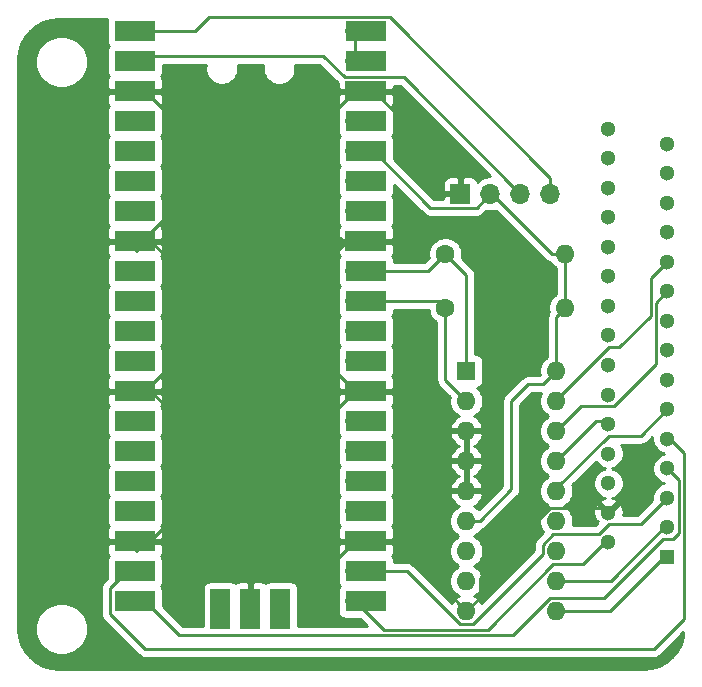
<source format=gbr>
G04 #@! TF.GenerationSoftware,KiCad,Pcbnew,(5.1.10)-1*
G04 #@! TF.CreationDate,2021-07-09T21:47:44+10:00*
G04 #@! TF.ProjectId,A600Keyboard_USB_Pico,41363030-4b65-4796-926f-6172645f5553,rev?*
G04 #@! TF.SameCoordinates,Original*
G04 #@! TF.FileFunction,Copper,L1,Top*
G04 #@! TF.FilePolarity,Positive*
%FSLAX46Y46*%
G04 Gerber Fmt 4.6, Leading zero omitted, Abs format (unit mm)*
G04 Created by KiCad (PCBNEW (5.1.10)-1) date 2021-07-09 21:47:44*
%MOMM*%
%LPD*%
G01*
G04 APERTURE LIST*
G04 #@! TA.AperFunction,ComponentPad*
%ADD10O,1.600000X1.600000*%
G04 #@! TD*
G04 #@! TA.AperFunction,ComponentPad*
%ADD11R,1.600000X1.600000*%
G04 #@! TD*
G04 #@! TA.AperFunction,ComponentPad*
%ADD12C,1.300000*%
G04 #@! TD*
G04 #@! TA.AperFunction,ComponentPad*
%ADD13R,1.300000X1.300000*%
G04 #@! TD*
G04 #@! TA.AperFunction,ComponentPad*
%ADD14O,1.700000X1.700000*%
G04 #@! TD*
G04 #@! TA.AperFunction,SMDPad,CuDef*
%ADD15R,1.700000X3.500000*%
G04 #@! TD*
G04 #@! TA.AperFunction,ComponentPad*
%ADD16R,1.700000X1.700000*%
G04 #@! TD*
G04 #@! TA.AperFunction,SMDPad,CuDef*
%ADD17R,3.500000X1.700000*%
G04 #@! TD*
G04 #@! TA.AperFunction,ComponentPad*
%ADD18C,1.600000*%
G04 #@! TD*
G04 #@! TA.AperFunction,Conductor*
%ADD19C,0.250000*%
G04 #@! TD*
G04 #@! TA.AperFunction,Conductor*
%ADD20C,0.254000*%
G04 #@! TD*
G04 #@! TA.AperFunction,Conductor*
%ADD21C,0.100000*%
G04 #@! TD*
G04 APERTURE END LIST*
D10*
X178308000Y-94742000D03*
X170688000Y-115062000D03*
X178308000Y-97282000D03*
X170688000Y-112522000D03*
X178308000Y-99822000D03*
X170688000Y-109982000D03*
X178308000Y-102362000D03*
X170688000Y-107442000D03*
X178308000Y-104902000D03*
X170688000Y-104902000D03*
X178308000Y-107442000D03*
X170688000Y-102362000D03*
X178308000Y-109982000D03*
X170688000Y-99822000D03*
X178308000Y-112522000D03*
X170688000Y-97282000D03*
X178308000Y-115062000D03*
D11*
X170688000Y-94742000D03*
D12*
X182706000Y-86739999D03*
X187706000Y-87989999D03*
X182706000Y-89239999D03*
X187706000Y-90489999D03*
X182706000Y-91739999D03*
X187706000Y-92989999D03*
X182706000Y-94239999D03*
X187706000Y-95490000D03*
X182706000Y-96740000D03*
X187706000Y-97990000D03*
X182706000Y-99240000D03*
X187706000Y-100490000D03*
X182706000Y-101740000D03*
X187706000Y-102990000D03*
X182706000Y-104240000D03*
X187706000Y-105490000D03*
X182706000Y-106740000D03*
X187706000Y-107990000D03*
X182706000Y-109240000D03*
D13*
X187706000Y-110490000D03*
D12*
X187706000Y-85489999D03*
X182706000Y-84239999D03*
X187706000Y-82989999D03*
X182706000Y-81739999D03*
X187706000Y-80489999D03*
X182706000Y-79239999D03*
X187706000Y-77989999D03*
X182706000Y-76739999D03*
X187706000Y-75489999D03*
X182706000Y-74239999D03*
D14*
X154940000Y-114011000D03*
D15*
X154940000Y-114911000D03*
D16*
X152400000Y-114011000D03*
D15*
X152400000Y-114911000D03*
D14*
X149860000Y-114011000D03*
D15*
X149860000Y-114911000D03*
D17*
X162190000Y-114241000D03*
X162190000Y-111701000D03*
X162190000Y-109161000D03*
X162190000Y-106621000D03*
X162190000Y-104081000D03*
X162190000Y-101541000D03*
X162190000Y-99001000D03*
X162190000Y-96461000D03*
X162190000Y-93921000D03*
X162190000Y-91381000D03*
X162190000Y-88841000D03*
X162190000Y-86301000D03*
X162190000Y-83761000D03*
X162190000Y-81221000D03*
X162190000Y-78681000D03*
X162190000Y-76141000D03*
X162190000Y-73601000D03*
X162190000Y-71061000D03*
X162190000Y-68521000D03*
X162190000Y-65981000D03*
X142610000Y-114241000D03*
X142610000Y-111701000D03*
X142610000Y-109161000D03*
X142610000Y-106621000D03*
X142610000Y-104081000D03*
X142610000Y-101541000D03*
X142610000Y-99001000D03*
X142610000Y-96461000D03*
X142610000Y-93921000D03*
X142610000Y-91381000D03*
X142610000Y-88841000D03*
X142610000Y-86301000D03*
X142610000Y-83761000D03*
X142610000Y-81221000D03*
X142610000Y-78681000D03*
X142610000Y-76141000D03*
X142610000Y-73601000D03*
X142610000Y-71061000D03*
X142610000Y-68521000D03*
X142610000Y-65981000D03*
D14*
X161290000Y-65981000D03*
X161290000Y-68521000D03*
D16*
X161290000Y-71061000D03*
D14*
X161290000Y-73601000D03*
X161290000Y-76141000D03*
X161290000Y-78681000D03*
X161290000Y-81221000D03*
D16*
X161290000Y-83761000D03*
D14*
X161290000Y-86301000D03*
X161290000Y-88841000D03*
X161290000Y-91381000D03*
X161290000Y-93921000D03*
D16*
X161290000Y-96461000D03*
D14*
X161290000Y-99001000D03*
X161290000Y-101541000D03*
X161290000Y-104081000D03*
X161290000Y-106621000D03*
D16*
X161290000Y-109161000D03*
D14*
X161290000Y-111701000D03*
X161290000Y-114241000D03*
X143510000Y-114241000D03*
X143510000Y-111701000D03*
D16*
X143510000Y-109161000D03*
D14*
X143510000Y-106621000D03*
X143510000Y-104081000D03*
X143510000Y-101541000D03*
X143510000Y-99001000D03*
D16*
X143510000Y-96461000D03*
D14*
X143510000Y-93921000D03*
X143510000Y-91381000D03*
X143510000Y-88841000D03*
X143510000Y-86301000D03*
D16*
X143510000Y-83761000D03*
D14*
X143510000Y-81221000D03*
X143510000Y-78681000D03*
X143510000Y-76141000D03*
X143510000Y-73601000D03*
D16*
X143510000Y-71061000D03*
D14*
X143510000Y-68521000D03*
X143510000Y-65981000D03*
D10*
X179070000Y-84836000D03*
D18*
X168910000Y-84836000D03*
D10*
X179070000Y-89408000D03*
D18*
X168910000Y-89408000D03*
D14*
X177800000Y-79756000D03*
X175260000Y-79756000D03*
X172720000Y-79756000D03*
D16*
X170180000Y-79756000D03*
D19*
X163845000Y-109161000D02*
X161290000Y-109161000D01*
X143510000Y-71061000D02*
X145796000Y-73347000D01*
X145796000Y-81220002D02*
X143510000Y-83506002D01*
X143510000Y-83506002D02*
X143510000Y-83761000D01*
X145796000Y-73347000D02*
X145796000Y-81220002D01*
X161290000Y-83761000D02*
X160587000Y-83761000D01*
X160587000Y-83761000D02*
X158242000Y-86106000D01*
X158242000Y-93413000D02*
X161290000Y-96461000D01*
X158242000Y-86106000D02*
X158242000Y-93413000D01*
X143510000Y-96461000D02*
X143959000Y-96461000D01*
X143959000Y-96461000D02*
X147066000Y-99568000D01*
X147066000Y-99568000D02*
X147066000Y-105605000D01*
X152400000Y-110939000D02*
X152400000Y-114011000D01*
X142689000Y-109982000D02*
X143510000Y-109161000D01*
X143891412Y-109161000D02*
X143510000Y-109161000D01*
X147066000Y-105986412D02*
X143891412Y-109161000D01*
X147066000Y-105605000D02*
X147066000Y-105986412D01*
X142689000Y-84582000D02*
X143510000Y-83761000D01*
X161290000Y-96461000D02*
X151862500Y-105888500D01*
X147066000Y-105605000D02*
X147349500Y-105888500D01*
X151862500Y-105888500D02*
X147349500Y-105888500D01*
X147349500Y-105888500D02*
X152400000Y-110939000D01*
X159512000Y-110939000D02*
X161290000Y-109161000D01*
X152400000Y-110939000D02*
X159512000Y-110939000D01*
X164787000Y-109161000D02*
X161290000Y-109161000D01*
X170688000Y-115062000D02*
X164787000Y-109161000D01*
X169046000Y-104902000D02*
X164787000Y-109161000D01*
X170688000Y-104902000D02*
X169046000Y-104902000D01*
X170688000Y-99822000D02*
X170688000Y-102362000D01*
X170688000Y-104902000D02*
X170688000Y-102362000D01*
X161290000Y-83761000D02*
X160215000Y-83761000D01*
X160215000Y-83761000D02*
X157480000Y-81026000D01*
X157480000Y-74871000D02*
X161290000Y-71061000D01*
X157480000Y-81026000D02*
X157480000Y-74871000D01*
X170180000Y-78405998D02*
X170180000Y-79756000D01*
X162835002Y-71061000D02*
X170180000Y-78405998D01*
X161290000Y-71061000D02*
X162835002Y-71061000D01*
X143510000Y-83761000D02*
X143959000Y-83761000D01*
X143959000Y-83761000D02*
X146558000Y-86360000D01*
X146558000Y-93413000D02*
X143510000Y-96461000D01*
X146558000Y-86360000D02*
X146558000Y-93413000D01*
X177767999Y-106316999D02*
X182536999Y-106316999D01*
X182536999Y-106316999D02*
X182706000Y-106486000D01*
X171813001Y-112271997D02*
X177767999Y-106316999D01*
X171813001Y-113936999D02*
X171813001Y-112271997D01*
X170688000Y-115062000D02*
X171813001Y-113936999D01*
X161290000Y-65981000D02*
X161290000Y-68521000D01*
X186730999Y-88965000D02*
X187706000Y-87989999D01*
X186730999Y-94158003D02*
X186730999Y-88965000D01*
X183174001Y-97715001D02*
X186730999Y-94158003D01*
X180414999Y-97715001D02*
X183174001Y-97715001D01*
X178308000Y-99822000D02*
X180414999Y-97715001D01*
X178308000Y-104902000D02*
X178367001Y-104961001D01*
X185480999Y-100215001D02*
X187706000Y-97990000D01*
X182787997Y-100215001D02*
X185480999Y-100215001D01*
X178308000Y-104694998D02*
X182787997Y-100215001D01*
X178308000Y-104902000D02*
X178308000Y-104694998D01*
X181684000Y-98986000D02*
X182706000Y-98986000D01*
X178308000Y-102362000D02*
X181684000Y-98986000D01*
X189131011Y-101661011D02*
X187706000Y-100236000D01*
X189131011Y-115723991D02*
X189131011Y-101661011D01*
X186598001Y-118257001D02*
X189131011Y-115723991D01*
X143440999Y-118257001D02*
X186598001Y-118257001D01*
X140534999Y-115351001D02*
X143440999Y-118257001D01*
X140534999Y-113130999D02*
X140534999Y-115351001D01*
X141964998Y-111701000D02*
X140534999Y-113130999D01*
X143510000Y-111701000D02*
X141964998Y-111701000D01*
X188681001Y-108458001D02*
X188681001Y-103965001D01*
X188174001Y-108965001D02*
X188681001Y-108458001D01*
X182373999Y-113936999D02*
X187345997Y-108965001D01*
X187345997Y-108965001D02*
X188174001Y-108965001D01*
X177767999Y-113936999D02*
X182373999Y-113936999D01*
X188681001Y-103965001D02*
X187706000Y-102990000D01*
X174617978Y-117087020D02*
X177767999Y-113936999D01*
X146356020Y-117087020D02*
X174617978Y-117087020D01*
X143510000Y-114241000D02*
X146356020Y-117087020D01*
X161290000Y-111701000D02*
X162835002Y-111701000D01*
X185480999Y-107715001D02*
X187706000Y-105490000D01*
X182787997Y-107715001D02*
X185480999Y-107715001D01*
X181935997Y-108567001D02*
X182787997Y-107715001D01*
X177182999Y-109441999D02*
X178057997Y-108567001D01*
X177182999Y-110232003D02*
X177182999Y-109441999D01*
X178057997Y-108567001D02*
X181935997Y-108567001D01*
X170147999Y-116187001D02*
X171228001Y-116187001D01*
X171228001Y-116187001D02*
X177182999Y-110232003D01*
X165661998Y-111701000D02*
X170147999Y-116187001D01*
X161290000Y-111701000D02*
X165661998Y-111701000D01*
X182920000Y-112522000D02*
X187706000Y-107736000D01*
X178308000Y-112522000D02*
X182920000Y-112522000D01*
X180584999Y-111107001D02*
X182706000Y-108986000D01*
X178057997Y-111107001D02*
X180584999Y-111107001D01*
X172527988Y-116637010D02*
X178057997Y-111107001D01*
X163686010Y-116637010D02*
X172527988Y-116637010D01*
X161290000Y-114241000D02*
X163686010Y-116637010D01*
X182880000Y-115062000D02*
X187706000Y-110236000D01*
X178308000Y-115062000D02*
X182880000Y-115062000D01*
X186280990Y-86915009D02*
X187706000Y-85489999D01*
X186280990Y-90071010D02*
X186280990Y-86915009D01*
X183637000Y-92715000D02*
X186280990Y-90071010D01*
X182787997Y-92715000D02*
X183637000Y-92715000D01*
X178308000Y-97194997D02*
X182787997Y-92715000D01*
X178308000Y-97282000D02*
X178308000Y-97194997D01*
X162835002Y-93921000D02*
X161290000Y-93921000D01*
X167445000Y-86301000D02*
X168910000Y-84836000D01*
X161290000Y-86301000D02*
X167445000Y-86301000D01*
X170688000Y-86614000D02*
X170688000Y-94742000D01*
X168910000Y-84836000D02*
X170688000Y-86614000D01*
X161458990Y-89009990D02*
X161290000Y-88841000D01*
X168343000Y-88841000D02*
X168910000Y-89408000D01*
X161290000Y-88841000D02*
X168343000Y-88841000D01*
X168910000Y-95504000D02*
X170688000Y-97282000D01*
X168910000Y-89408000D02*
X168910000Y-95504000D01*
X161290000Y-76141000D02*
X163009000Y-76141000D01*
X161390001Y-76040999D02*
X161290000Y-76141000D01*
X178308000Y-90170000D02*
X179070000Y-89408000D01*
X178308000Y-94742000D02*
X178308000Y-90170000D01*
X179070000Y-89408000D02*
X179070000Y-84836000D01*
X172858630Y-79756000D02*
X172720000Y-79756000D01*
X177938630Y-84836000D02*
X172858630Y-79756000D01*
X179070000Y-84836000D02*
X177938630Y-84836000D01*
X162835002Y-76141000D02*
X161290000Y-76141000D01*
X167625003Y-80931001D02*
X162835002Y-76141000D01*
X171544999Y-80931001D02*
X167625003Y-80931001D01*
X172720000Y-79756000D02*
X171544999Y-80931001D01*
X177182999Y-95867001D02*
X175912999Y-95867001D01*
X178308000Y-94742000D02*
X177182999Y-95867001D01*
X175912999Y-95867001D02*
X174498000Y-97282000D01*
X171819370Y-107442000D02*
X170688000Y-107442000D01*
X174498000Y-104763370D02*
X171819370Y-107442000D01*
X174498000Y-97282000D02*
X174498000Y-104763370D01*
X162835002Y-81221000D02*
X161290000Y-81221000D01*
X177800000Y-78405998D02*
X177800000Y-79756000D01*
X164200001Y-64805999D02*
X177800000Y-78405998D01*
X148906999Y-64805999D02*
X164200001Y-64805999D01*
X147731998Y-65981000D02*
X148906999Y-64805999D01*
X143510000Y-65981000D02*
X147731998Y-65981000D01*
X165389999Y-69885999D02*
X175260000Y-79756000D01*
X160369997Y-69885999D02*
X165389999Y-69885999D01*
X158549997Y-68065999D02*
X160369997Y-69885999D01*
X143965001Y-68065999D02*
X158549997Y-68065999D01*
X143510000Y-68521000D02*
X143965001Y-68065999D01*
D20*
X140234188Y-65006518D02*
X140221928Y-65131000D01*
X140221928Y-66831000D01*
X140234188Y-66955482D01*
X140270498Y-67075180D01*
X140329463Y-67185494D01*
X140383222Y-67251000D01*
X140329463Y-67316506D01*
X140270498Y-67426820D01*
X140234188Y-67546518D01*
X140221928Y-67671000D01*
X140221928Y-69371000D01*
X140234188Y-69495482D01*
X140270498Y-69615180D01*
X140329463Y-69725494D01*
X140383222Y-69791000D01*
X140329463Y-69856506D01*
X140270498Y-69966820D01*
X140234188Y-70086518D01*
X140221928Y-70211000D01*
X140225000Y-70775250D01*
X140383750Y-70934000D01*
X144836250Y-70934000D01*
X144995000Y-70775250D01*
X144998072Y-70211000D01*
X144985812Y-70086518D01*
X144949502Y-69966820D01*
X144890537Y-69856506D01*
X144836778Y-69791000D01*
X144890537Y-69725494D01*
X144949502Y-69615180D01*
X144985812Y-69495482D01*
X144998072Y-69371000D01*
X144998072Y-68825999D01*
X148625524Y-68825999D01*
X148590000Y-69004589D01*
X148590000Y-69277411D01*
X148643225Y-69544989D01*
X148747629Y-69797043D01*
X148899201Y-70023886D01*
X149092114Y-70216799D01*
X149318957Y-70368371D01*
X149571011Y-70472775D01*
X149838589Y-70526000D01*
X150111411Y-70526000D01*
X150378989Y-70472775D01*
X150631043Y-70368371D01*
X150857886Y-70216799D01*
X151050799Y-70023886D01*
X151202371Y-69797043D01*
X151306775Y-69544989D01*
X151360000Y-69277411D01*
X151360000Y-69004589D01*
X151324476Y-68825999D01*
X153475524Y-68825999D01*
X153440000Y-69004589D01*
X153440000Y-69277411D01*
X153493225Y-69544989D01*
X153597629Y-69797043D01*
X153749201Y-70023886D01*
X153942114Y-70216799D01*
X154168957Y-70368371D01*
X154421011Y-70472775D01*
X154688589Y-70526000D01*
X154961411Y-70526000D01*
X155228989Y-70472775D01*
X155481043Y-70368371D01*
X155707886Y-70216799D01*
X155900799Y-70023886D01*
X156052371Y-69797043D01*
X156156775Y-69544989D01*
X156210000Y-69277411D01*
X156210000Y-69004589D01*
X156174476Y-68825999D01*
X158235196Y-68825999D01*
X159802923Y-70393727D01*
X159805000Y-70775250D01*
X159963750Y-70934000D01*
X164416250Y-70934000D01*
X164575000Y-70775250D01*
X164575704Y-70645999D01*
X165075198Y-70645999D01*
X172700198Y-78271000D01*
X172573740Y-78271000D01*
X172286842Y-78328068D01*
X172016589Y-78440010D01*
X171773368Y-78602525D01*
X171641513Y-78734380D01*
X171619502Y-78661820D01*
X171560537Y-78551506D01*
X171481185Y-78454815D01*
X171384494Y-78375463D01*
X171274180Y-78316498D01*
X171154482Y-78280188D01*
X171030000Y-78267928D01*
X170465750Y-78271000D01*
X170307000Y-78429750D01*
X170307000Y-79629000D01*
X170327000Y-79629000D01*
X170327000Y-79883000D01*
X170307000Y-79883000D01*
X170307000Y-79903000D01*
X170053000Y-79903000D01*
X170053000Y-79883000D01*
X168853750Y-79883000D01*
X168695000Y-80041750D01*
X168694296Y-80171001D01*
X167939806Y-80171001D01*
X166674805Y-78906000D01*
X168691928Y-78906000D01*
X168695000Y-79470250D01*
X168853750Y-79629000D01*
X170053000Y-79629000D01*
X170053000Y-78429750D01*
X169894250Y-78271000D01*
X169330000Y-78267928D01*
X169205518Y-78280188D01*
X169085820Y-78316498D01*
X168975506Y-78375463D01*
X168878815Y-78454815D01*
X168799463Y-78551506D01*
X168740498Y-78661820D01*
X168704188Y-78781518D01*
X168691928Y-78906000D01*
X166674805Y-78906000D01*
X164578072Y-76809268D01*
X164578072Y-75291000D01*
X164565812Y-75166518D01*
X164529502Y-75046820D01*
X164470537Y-74936506D01*
X164416778Y-74871000D01*
X164470537Y-74805494D01*
X164529502Y-74695180D01*
X164565812Y-74575482D01*
X164578072Y-74451000D01*
X164578072Y-72751000D01*
X164565812Y-72626518D01*
X164529502Y-72506820D01*
X164470537Y-72396506D01*
X164416778Y-72331000D01*
X164470537Y-72265494D01*
X164529502Y-72155180D01*
X164565812Y-72035482D01*
X164578072Y-71911000D01*
X164575000Y-71346750D01*
X164416250Y-71188000D01*
X159963750Y-71188000D01*
X159805000Y-71346750D01*
X159801928Y-71911000D01*
X159814188Y-72035482D01*
X159850498Y-72155180D01*
X159909463Y-72265494D01*
X159963222Y-72331000D01*
X159909463Y-72396506D01*
X159850498Y-72506820D01*
X159814188Y-72626518D01*
X159801928Y-72751000D01*
X159801928Y-74451000D01*
X159814188Y-74575482D01*
X159850498Y-74695180D01*
X159909463Y-74805494D01*
X159963222Y-74871000D01*
X159909463Y-74936506D01*
X159850498Y-75046820D01*
X159814188Y-75166518D01*
X159801928Y-75291000D01*
X159801928Y-76991000D01*
X159814188Y-77115482D01*
X159850498Y-77235180D01*
X159909463Y-77345494D01*
X159963222Y-77411000D01*
X159909463Y-77476506D01*
X159850498Y-77586820D01*
X159814188Y-77706518D01*
X159801928Y-77831000D01*
X159801928Y-79531000D01*
X159814188Y-79655482D01*
X159850498Y-79775180D01*
X159909463Y-79885494D01*
X159963222Y-79951000D01*
X159909463Y-80016506D01*
X159850498Y-80126820D01*
X159814188Y-80246518D01*
X159801928Y-80371000D01*
X159801928Y-82071000D01*
X159814188Y-82195482D01*
X159850498Y-82315180D01*
X159909463Y-82425494D01*
X159963222Y-82491000D01*
X159909463Y-82556506D01*
X159850498Y-82666820D01*
X159814188Y-82786518D01*
X159801928Y-82911000D01*
X159805000Y-83475250D01*
X159963750Y-83634000D01*
X164416250Y-83634000D01*
X164575000Y-83475250D01*
X164578072Y-82911000D01*
X164565812Y-82786518D01*
X164529502Y-82666820D01*
X164470537Y-82556506D01*
X164416778Y-82491000D01*
X164470537Y-82425494D01*
X164529502Y-82315180D01*
X164565812Y-82195482D01*
X164578072Y-82071000D01*
X164578072Y-80371000D01*
X164565812Y-80246518D01*
X164529502Y-80126820D01*
X164470537Y-80016506D01*
X164416778Y-79951000D01*
X164470537Y-79885494D01*
X164529502Y-79775180D01*
X164565812Y-79655482D01*
X164578072Y-79531000D01*
X164578072Y-78958872D01*
X167061208Y-81442009D01*
X167085002Y-81471002D01*
X167113995Y-81494796D01*
X167113999Y-81494800D01*
X167184688Y-81552812D01*
X167200727Y-81565975D01*
X167332756Y-81636547D01*
X167476017Y-81680004D01*
X167587670Y-81691001D01*
X167587679Y-81691001D01*
X167625002Y-81694677D01*
X167662325Y-81691001D01*
X171507677Y-81691001D01*
X171544999Y-81694677D01*
X171582321Y-81691001D01*
X171582332Y-81691001D01*
X171693985Y-81680004D01*
X171837246Y-81636547D01*
X171969275Y-81565975D01*
X172085000Y-81471002D01*
X172108803Y-81441998D01*
X172353592Y-81197209D01*
X172573740Y-81241000D01*
X172866260Y-81241000D01*
X173153158Y-81183932D01*
X173194597Y-81166768D01*
X177374830Y-85347002D01*
X177398629Y-85376001D01*
X177427627Y-85399799D01*
X177514353Y-85470974D01*
X177615426Y-85524999D01*
X177646383Y-85541546D01*
X177789644Y-85585003D01*
X177848481Y-85590798D01*
X177955363Y-85750759D01*
X178155241Y-85950637D01*
X178310001Y-86054044D01*
X178310000Y-88189956D01*
X178155241Y-88293363D01*
X177955363Y-88493241D01*
X177798320Y-88728273D01*
X177690147Y-88989426D01*
X177635000Y-89266665D01*
X177635000Y-89549335D01*
X177673862Y-89744705D01*
X177673026Y-89745724D01*
X177602454Y-89877754D01*
X177558998Y-90021015D01*
X177544324Y-90170000D01*
X177548001Y-90207332D01*
X177548000Y-93523956D01*
X177393241Y-93627363D01*
X177193363Y-93827241D01*
X177036320Y-94062273D01*
X176928147Y-94323426D01*
X176873000Y-94600665D01*
X176873000Y-94883335D01*
X176909312Y-95065887D01*
X176868198Y-95107001D01*
X175950324Y-95107001D01*
X175912999Y-95103325D01*
X175875674Y-95107001D01*
X175875666Y-95107001D01*
X175764013Y-95117998D01*
X175620752Y-95161455D01*
X175488723Y-95232027D01*
X175372998Y-95327000D01*
X175349200Y-95355998D01*
X173987003Y-96718196D01*
X173957999Y-96741999D01*
X173902871Y-96809174D01*
X173863026Y-96857724D01*
X173811030Y-96955001D01*
X173792454Y-96989754D01*
X173748997Y-97133015D01*
X173738000Y-97244668D01*
X173738000Y-97244678D01*
X173734324Y-97282000D01*
X173738000Y-97319322D01*
X173738001Y-104448567D01*
X171730982Y-106455586D01*
X171602759Y-106327363D01*
X171367727Y-106170320D01*
X171357135Y-106165933D01*
X171543131Y-106054385D01*
X171751519Y-105865414D01*
X171919037Y-105639420D01*
X172039246Y-105385087D01*
X172079904Y-105251039D01*
X171957915Y-105029000D01*
X170815000Y-105029000D01*
X170815000Y-105049000D01*
X170561000Y-105049000D01*
X170561000Y-105029000D01*
X169418085Y-105029000D01*
X169296096Y-105251039D01*
X169336754Y-105385087D01*
X169456963Y-105639420D01*
X169624481Y-105865414D01*
X169832869Y-106054385D01*
X170018865Y-106165933D01*
X170008273Y-106170320D01*
X169773241Y-106327363D01*
X169573363Y-106527241D01*
X169416320Y-106762273D01*
X169308147Y-107023426D01*
X169253000Y-107300665D01*
X169253000Y-107583335D01*
X169308147Y-107860574D01*
X169416320Y-108121727D01*
X169573363Y-108356759D01*
X169773241Y-108556637D01*
X170005759Y-108712000D01*
X169773241Y-108867363D01*
X169573363Y-109067241D01*
X169416320Y-109302273D01*
X169308147Y-109563426D01*
X169253000Y-109840665D01*
X169253000Y-110123335D01*
X169308147Y-110400574D01*
X169416320Y-110661727D01*
X169573363Y-110896759D01*
X169773241Y-111096637D01*
X170005759Y-111252000D01*
X169773241Y-111407363D01*
X169573363Y-111607241D01*
X169416320Y-111842273D01*
X169308147Y-112103426D01*
X169253000Y-112380665D01*
X169253000Y-112663335D01*
X169308147Y-112940574D01*
X169416320Y-113201727D01*
X169573363Y-113436759D01*
X169773241Y-113636637D01*
X170008273Y-113793680D01*
X170018865Y-113798067D01*
X169832869Y-113909615D01*
X169624481Y-114098586D01*
X169456963Y-114324580D01*
X169425965Y-114390164D01*
X166225802Y-111190003D01*
X166201999Y-111160999D01*
X166086274Y-111066026D01*
X165954245Y-110995454D01*
X165810984Y-110951997D01*
X165699331Y-110941000D01*
X165699320Y-110941000D01*
X165661998Y-110937324D01*
X165624676Y-110941000D01*
X164578072Y-110941000D01*
X164578072Y-110851000D01*
X164565812Y-110726518D01*
X164529502Y-110606820D01*
X164470537Y-110496506D01*
X164416778Y-110431000D01*
X164470537Y-110365494D01*
X164529502Y-110255180D01*
X164565812Y-110135482D01*
X164578072Y-110011000D01*
X164575000Y-109446750D01*
X164416250Y-109288000D01*
X159963750Y-109288000D01*
X159805000Y-109446750D01*
X159801928Y-110011000D01*
X159814188Y-110135482D01*
X159850498Y-110255180D01*
X159909463Y-110365494D01*
X159963222Y-110431000D01*
X159909463Y-110496506D01*
X159850498Y-110606820D01*
X159814188Y-110726518D01*
X159801928Y-110851000D01*
X159801928Y-112551000D01*
X159814188Y-112675482D01*
X159850498Y-112795180D01*
X159909463Y-112905494D01*
X159963222Y-112971000D01*
X159909463Y-113036506D01*
X159850498Y-113146820D01*
X159814188Y-113266518D01*
X159801928Y-113391000D01*
X159801928Y-115091000D01*
X159814188Y-115215482D01*
X159850498Y-115335180D01*
X159909463Y-115445494D01*
X159988815Y-115542185D01*
X160085506Y-115621537D01*
X160195820Y-115680502D01*
X160315518Y-115716812D01*
X160440000Y-115729072D01*
X161703271Y-115729072D01*
X162301218Y-116327020D01*
X156428072Y-116327020D01*
X156428072Y-113161000D01*
X156415812Y-113036518D01*
X156379502Y-112916820D01*
X156320537Y-112806506D01*
X156241185Y-112709815D01*
X156144494Y-112630463D01*
X156034180Y-112571498D01*
X155914482Y-112535188D01*
X155790000Y-112522928D01*
X154090000Y-112522928D01*
X153965518Y-112535188D01*
X153845820Y-112571498D01*
X153735506Y-112630463D01*
X153670000Y-112684222D01*
X153604494Y-112630463D01*
X153494180Y-112571498D01*
X153374482Y-112535188D01*
X153250000Y-112522928D01*
X152685750Y-112526000D01*
X152527000Y-112684750D01*
X152527000Y-115058000D01*
X152273000Y-115058000D01*
X152273000Y-112684750D01*
X152114250Y-112526000D01*
X151550000Y-112522928D01*
X151425518Y-112535188D01*
X151305820Y-112571498D01*
X151195506Y-112630463D01*
X151130000Y-112684222D01*
X151064494Y-112630463D01*
X150954180Y-112571498D01*
X150834482Y-112535188D01*
X150710000Y-112522928D01*
X149010000Y-112522928D01*
X148885518Y-112535188D01*
X148765820Y-112571498D01*
X148655506Y-112630463D01*
X148558815Y-112709815D01*
X148479463Y-112806506D01*
X148420498Y-112916820D01*
X148384188Y-113036518D01*
X148371928Y-113161000D01*
X148371928Y-116327020D01*
X146670822Y-116327020D01*
X144998072Y-114654271D01*
X144998072Y-113391000D01*
X144985812Y-113266518D01*
X144949502Y-113146820D01*
X144890537Y-113036506D01*
X144836778Y-112971000D01*
X144890537Y-112905494D01*
X144949502Y-112795180D01*
X144985812Y-112675482D01*
X144998072Y-112551000D01*
X144998072Y-110851000D01*
X144985812Y-110726518D01*
X144949502Y-110606820D01*
X144890537Y-110496506D01*
X144836778Y-110431000D01*
X144890537Y-110365494D01*
X144949502Y-110255180D01*
X144985812Y-110135482D01*
X144998072Y-110011000D01*
X144995000Y-109446750D01*
X144836250Y-109288000D01*
X140383750Y-109288000D01*
X140225000Y-109446750D01*
X140221928Y-110011000D01*
X140234188Y-110135482D01*
X140270498Y-110255180D01*
X140329463Y-110365494D01*
X140383222Y-110431000D01*
X140329463Y-110496506D01*
X140270498Y-110606820D01*
X140234188Y-110726518D01*
X140221928Y-110851000D01*
X140221928Y-112369269D01*
X140024002Y-112567195D01*
X139994998Y-112590998D01*
X139948520Y-112647632D01*
X139900025Y-112706723D01*
X139846690Y-112806506D01*
X139829453Y-112838753D01*
X139785996Y-112982014D01*
X139774999Y-113093667D01*
X139774999Y-113093677D01*
X139771323Y-113130999D01*
X139774999Y-113168322D01*
X139775000Y-115313669D01*
X139771323Y-115351001D01*
X139775000Y-115388334D01*
X139775316Y-115391537D01*
X139785997Y-115499986D01*
X139829453Y-115643247D01*
X139900025Y-115775277D01*
X139941387Y-115825676D01*
X139994999Y-115891002D01*
X140023997Y-115914800D01*
X142877200Y-118768004D01*
X142900998Y-118797002D01*
X142929996Y-118820800D01*
X143016723Y-118891975D01*
X143148752Y-118962547D01*
X143292013Y-119006004D01*
X143440999Y-119020678D01*
X143478332Y-119017001D01*
X186560679Y-119017001D01*
X186598001Y-119020677D01*
X186635323Y-119017001D01*
X186635334Y-119017001D01*
X186746987Y-119006004D01*
X186890248Y-118962547D01*
X187022277Y-118891975D01*
X187138002Y-118797002D01*
X187161805Y-118767998D01*
X189045596Y-116884208D01*
X189010067Y-117246558D01*
X188818228Y-117881958D01*
X188506630Y-118467991D01*
X188087130Y-118982347D01*
X187575725Y-119405419D01*
X186991878Y-119721103D01*
X186357830Y-119917375D01*
X185666845Y-119990000D01*
X136176278Y-119990000D01*
X135483442Y-119922067D01*
X134848042Y-119730228D01*
X134262009Y-119418630D01*
X133747653Y-118999130D01*
X133324581Y-118487725D01*
X133008897Y-117903878D01*
X132812625Y-117269830D01*
X132740000Y-116578845D01*
X132740000Y-116365872D01*
X134163000Y-116365872D01*
X134163000Y-116806128D01*
X134248890Y-117237925D01*
X134417369Y-117644669D01*
X134661962Y-118010729D01*
X134973271Y-118322038D01*
X135339331Y-118566631D01*
X135746075Y-118735110D01*
X136177872Y-118821000D01*
X136618128Y-118821000D01*
X137049925Y-118735110D01*
X137456669Y-118566631D01*
X137822729Y-118322038D01*
X138134038Y-118010729D01*
X138378631Y-117644669D01*
X138547110Y-117237925D01*
X138633000Y-116806128D01*
X138633000Y-116365872D01*
X138547110Y-115934075D01*
X138378631Y-115527331D01*
X138134038Y-115161271D01*
X137822729Y-114849962D01*
X137456669Y-114605369D01*
X137049925Y-114436890D01*
X136618128Y-114351000D01*
X136177872Y-114351000D01*
X135746075Y-114436890D01*
X135339331Y-114605369D01*
X134973271Y-114849962D01*
X134661962Y-115161271D01*
X134417369Y-115527331D01*
X134248890Y-115934075D01*
X134163000Y-116365872D01*
X132740000Y-116365872D01*
X132740000Y-97311000D01*
X140221928Y-97311000D01*
X140234188Y-97435482D01*
X140270498Y-97555180D01*
X140329463Y-97665494D01*
X140383222Y-97731000D01*
X140329463Y-97796506D01*
X140270498Y-97906820D01*
X140234188Y-98026518D01*
X140221928Y-98151000D01*
X140221928Y-99851000D01*
X140234188Y-99975482D01*
X140270498Y-100095180D01*
X140329463Y-100205494D01*
X140383222Y-100271000D01*
X140329463Y-100336506D01*
X140270498Y-100446820D01*
X140234188Y-100566518D01*
X140221928Y-100691000D01*
X140221928Y-102391000D01*
X140234188Y-102515482D01*
X140270498Y-102635180D01*
X140329463Y-102745494D01*
X140383222Y-102811000D01*
X140329463Y-102876506D01*
X140270498Y-102986820D01*
X140234188Y-103106518D01*
X140221928Y-103231000D01*
X140221928Y-104931000D01*
X140234188Y-105055482D01*
X140270498Y-105175180D01*
X140329463Y-105285494D01*
X140383222Y-105351000D01*
X140329463Y-105416506D01*
X140270498Y-105526820D01*
X140234188Y-105646518D01*
X140221928Y-105771000D01*
X140221928Y-107471000D01*
X140234188Y-107595482D01*
X140270498Y-107715180D01*
X140329463Y-107825494D01*
X140383222Y-107891000D01*
X140329463Y-107956506D01*
X140270498Y-108066820D01*
X140234188Y-108186518D01*
X140221928Y-108311000D01*
X140225000Y-108875250D01*
X140383750Y-109034000D01*
X144836250Y-109034000D01*
X144995000Y-108875250D01*
X144998072Y-108311000D01*
X144985812Y-108186518D01*
X144949502Y-108066820D01*
X144890537Y-107956506D01*
X144836778Y-107891000D01*
X144890537Y-107825494D01*
X144949502Y-107715180D01*
X144985812Y-107595482D01*
X144998072Y-107471000D01*
X144998072Y-105771000D01*
X144985812Y-105646518D01*
X144949502Y-105526820D01*
X144890537Y-105416506D01*
X144836778Y-105351000D01*
X144890537Y-105285494D01*
X144949502Y-105175180D01*
X144985812Y-105055482D01*
X144998072Y-104931000D01*
X144998072Y-103231000D01*
X144985812Y-103106518D01*
X144949502Y-102986820D01*
X144890537Y-102876506D01*
X144836778Y-102811000D01*
X144890537Y-102745494D01*
X144949502Y-102635180D01*
X144985812Y-102515482D01*
X144998072Y-102391000D01*
X144998072Y-100691000D01*
X144985812Y-100566518D01*
X144949502Y-100446820D01*
X144890537Y-100336506D01*
X144836778Y-100271000D01*
X144890537Y-100205494D01*
X144949502Y-100095180D01*
X144985812Y-99975482D01*
X144998072Y-99851000D01*
X144998072Y-98151000D01*
X144985812Y-98026518D01*
X144949502Y-97906820D01*
X144890537Y-97796506D01*
X144836778Y-97731000D01*
X144890537Y-97665494D01*
X144949502Y-97555180D01*
X144985812Y-97435482D01*
X144998072Y-97311000D01*
X159801928Y-97311000D01*
X159814188Y-97435482D01*
X159850498Y-97555180D01*
X159909463Y-97665494D01*
X159963222Y-97731000D01*
X159909463Y-97796506D01*
X159850498Y-97906820D01*
X159814188Y-98026518D01*
X159801928Y-98151000D01*
X159801928Y-99851000D01*
X159814188Y-99975482D01*
X159850498Y-100095180D01*
X159909463Y-100205494D01*
X159963222Y-100271000D01*
X159909463Y-100336506D01*
X159850498Y-100446820D01*
X159814188Y-100566518D01*
X159801928Y-100691000D01*
X159801928Y-102391000D01*
X159814188Y-102515482D01*
X159850498Y-102635180D01*
X159909463Y-102745494D01*
X159963222Y-102811000D01*
X159909463Y-102876506D01*
X159850498Y-102986820D01*
X159814188Y-103106518D01*
X159801928Y-103231000D01*
X159801928Y-104931000D01*
X159814188Y-105055482D01*
X159850498Y-105175180D01*
X159909463Y-105285494D01*
X159963222Y-105351000D01*
X159909463Y-105416506D01*
X159850498Y-105526820D01*
X159814188Y-105646518D01*
X159801928Y-105771000D01*
X159801928Y-107471000D01*
X159814188Y-107595482D01*
X159850498Y-107715180D01*
X159909463Y-107825494D01*
X159963222Y-107891000D01*
X159909463Y-107956506D01*
X159850498Y-108066820D01*
X159814188Y-108186518D01*
X159801928Y-108311000D01*
X159805000Y-108875250D01*
X159963750Y-109034000D01*
X164416250Y-109034000D01*
X164575000Y-108875250D01*
X164578072Y-108311000D01*
X164565812Y-108186518D01*
X164529502Y-108066820D01*
X164470537Y-107956506D01*
X164416778Y-107891000D01*
X164470537Y-107825494D01*
X164529502Y-107715180D01*
X164565812Y-107595482D01*
X164578072Y-107471000D01*
X164578072Y-105771000D01*
X164565812Y-105646518D01*
X164529502Y-105526820D01*
X164470537Y-105416506D01*
X164416778Y-105351000D01*
X164470537Y-105285494D01*
X164529502Y-105175180D01*
X164565812Y-105055482D01*
X164578072Y-104931000D01*
X164578072Y-103231000D01*
X164565812Y-103106518D01*
X164529502Y-102986820D01*
X164470537Y-102876506D01*
X164416778Y-102811000D01*
X164470537Y-102745494D01*
X164488953Y-102711039D01*
X169296096Y-102711039D01*
X169336754Y-102845087D01*
X169456963Y-103099420D01*
X169624481Y-103325414D01*
X169832869Y-103514385D01*
X170028982Y-103632000D01*
X169832869Y-103749615D01*
X169624481Y-103938586D01*
X169456963Y-104164580D01*
X169336754Y-104418913D01*
X169296096Y-104552961D01*
X169418085Y-104775000D01*
X170561000Y-104775000D01*
X170561000Y-102489000D01*
X170815000Y-102489000D01*
X170815000Y-104775000D01*
X171957915Y-104775000D01*
X172079904Y-104552961D01*
X172039246Y-104418913D01*
X171919037Y-104164580D01*
X171751519Y-103938586D01*
X171543131Y-103749615D01*
X171347018Y-103632000D01*
X171543131Y-103514385D01*
X171751519Y-103325414D01*
X171919037Y-103099420D01*
X172039246Y-102845087D01*
X172079904Y-102711039D01*
X171957915Y-102489000D01*
X170815000Y-102489000D01*
X170561000Y-102489000D01*
X169418085Y-102489000D01*
X169296096Y-102711039D01*
X164488953Y-102711039D01*
X164529502Y-102635180D01*
X164565812Y-102515482D01*
X164578072Y-102391000D01*
X164578072Y-100691000D01*
X164565812Y-100566518D01*
X164529502Y-100446820D01*
X164470537Y-100336506D01*
X164416778Y-100271000D01*
X164470537Y-100205494D01*
X164488953Y-100171039D01*
X169296096Y-100171039D01*
X169336754Y-100305087D01*
X169456963Y-100559420D01*
X169624481Y-100785414D01*
X169832869Y-100974385D01*
X170028982Y-101092000D01*
X169832869Y-101209615D01*
X169624481Y-101398586D01*
X169456963Y-101624580D01*
X169336754Y-101878913D01*
X169296096Y-102012961D01*
X169418085Y-102235000D01*
X170561000Y-102235000D01*
X170561000Y-99949000D01*
X170815000Y-99949000D01*
X170815000Y-102235000D01*
X171957915Y-102235000D01*
X172079904Y-102012961D01*
X172039246Y-101878913D01*
X171919037Y-101624580D01*
X171751519Y-101398586D01*
X171543131Y-101209615D01*
X171347018Y-101092000D01*
X171543131Y-100974385D01*
X171751519Y-100785414D01*
X171919037Y-100559420D01*
X172039246Y-100305087D01*
X172079904Y-100171039D01*
X171957915Y-99949000D01*
X170815000Y-99949000D01*
X170561000Y-99949000D01*
X169418085Y-99949000D01*
X169296096Y-100171039D01*
X164488953Y-100171039D01*
X164529502Y-100095180D01*
X164565812Y-99975482D01*
X164578072Y-99851000D01*
X164578072Y-98151000D01*
X164565812Y-98026518D01*
X164529502Y-97906820D01*
X164470537Y-97796506D01*
X164416778Y-97731000D01*
X164470537Y-97665494D01*
X164529502Y-97555180D01*
X164565812Y-97435482D01*
X164578072Y-97311000D01*
X164575000Y-96746750D01*
X164416250Y-96588000D01*
X159963750Y-96588000D01*
X159805000Y-96746750D01*
X159801928Y-97311000D01*
X144998072Y-97311000D01*
X144995000Y-96746750D01*
X144836250Y-96588000D01*
X140383750Y-96588000D01*
X140225000Y-96746750D01*
X140221928Y-97311000D01*
X132740000Y-97311000D01*
X132740000Y-84611000D01*
X140221928Y-84611000D01*
X140234188Y-84735482D01*
X140270498Y-84855180D01*
X140329463Y-84965494D01*
X140383222Y-85031000D01*
X140329463Y-85096506D01*
X140270498Y-85206820D01*
X140234188Y-85326518D01*
X140221928Y-85451000D01*
X140221928Y-87151000D01*
X140234188Y-87275482D01*
X140270498Y-87395180D01*
X140329463Y-87505494D01*
X140383222Y-87571000D01*
X140329463Y-87636506D01*
X140270498Y-87746820D01*
X140234188Y-87866518D01*
X140221928Y-87991000D01*
X140221928Y-89691000D01*
X140234188Y-89815482D01*
X140270498Y-89935180D01*
X140329463Y-90045494D01*
X140383222Y-90111000D01*
X140329463Y-90176506D01*
X140270498Y-90286820D01*
X140234188Y-90406518D01*
X140221928Y-90531000D01*
X140221928Y-92231000D01*
X140234188Y-92355482D01*
X140270498Y-92475180D01*
X140329463Y-92585494D01*
X140383222Y-92651000D01*
X140329463Y-92716506D01*
X140270498Y-92826820D01*
X140234188Y-92946518D01*
X140221928Y-93071000D01*
X140221928Y-94771000D01*
X140234188Y-94895482D01*
X140270498Y-95015180D01*
X140329463Y-95125494D01*
X140383222Y-95191000D01*
X140329463Y-95256506D01*
X140270498Y-95366820D01*
X140234188Y-95486518D01*
X140221928Y-95611000D01*
X140225000Y-96175250D01*
X140383750Y-96334000D01*
X144836250Y-96334000D01*
X144995000Y-96175250D01*
X144998072Y-95611000D01*
X144985812Y-95486518D01*
X144949502Y-95366820D01*
X144890537Y-95256506D01*
X144836778Y-95191000D01*
X144890537Y-95125494D01*
X144949502Y-95015180D01*
X144985812Y-94895482D01*
X144998072Y-94771000D01*
X144998072Y-93071000D01*
X144985812Y-92946518D01*
X144949502Y-92826820D01*
X144890537Y-92716506D01*
X144836778Y-92651000D01*
X144890537Y-92585494D01*
X144949502Y-92475180D01*
X144985812Y-92355482D01*
X144998072Y-92231000D01*
X144998072Y-90531000D01*
X144985812Y-90406518D01*
X144949502Y-90286820D01*
X144890537Y-90176506D01*
X144836778Y-90111000D01*
X144890537Y-90045494D01*
X144949502Y-89935180D01*
X144985812Y-89815482D01*
X144998072Y-89691000D01*
X144998072Y-87991000D01*
X144985812Y-87866518D01*
X144949502Y-87746820D01*
X144890537Y-87636506D01*
X144836778Y-87571000D01*
X144890537Y-87505494D01*
X144949502Y-87395180D01*
X144985812Y-87275482D01*
X144998072Y-87151000D01*
X144998072Y-85451000D01*
X144985812Y-85326518D01*
X144949502Y-85206820D01*
X144890537Y-85096506D01*
X144836778Y-85031000D01*
X144890537Y-84965494D01*
X144949502Y-84855180D01*
X144985812Y-84735482D01*
X144998072Y-84611000D01*
X159801928Y-84611000D01*
X159814188Y-84735482D01*
X159850498Y-84855180D01*
X159909463Y-84965494D01*
X159963222Y-85031000D01*
X159909463Y-85096506D01*
X159850498Y-85206820D01*
X159814188Y-85326518D01*
X159801928Y-85451000D01*
X159801928Y-87151000D01*
X159814188Y-87275482D01*
X159850498Y-87395180D01*
X159909463Y-87505494D01*
X159963222Y-87571000D01*
X159909463Y-87636506D01*
X159850498Y-87746820D01*
X159814188Y-87866518D01*
X159801928Y-87991000D01*
X159801928Y-89691000D01*
X159814188Y-89815482D01*
X159850498Y-89935180D01*
X159909463Y-90045494D01*
X159963222Y-90111000D01*
X159909463Y-90176506D01*
X159850498Y-90286820D01*
X159814188Y-90406518D01*
X159801928Y-90531000D01*
X159801928Y-92231000D01*
X159814188Y-92355482D01*
X159850498Y-92475180D01*
X159909463Y-92585494D01*
X159963222Y-92651000D01*
X159909463Y-92716506D01*
X159850498Y-92826820D01*
X159814188Y-92946518D01*
X159801928Y-93071000D01*
X159801928Y-94771000D01*
X159814188Y-94895482D01*
X159850498Y-95015180D01*
X159909463Y-95125494D01*
X159963222Y-95191000D01*
X159909463Y-95256506D01*
X159850498Y-95366820D01*
X159814188Y-95486518D01*
X159801928Y-95611000D01*
X159805000Y-96175250D01*
X159963750Y-96334000D01*
X164416250Y-96334000D01*
X164575000Y-96175250D01*
X164578072Y-95611000D01*
X164565812Y-95486518D01*
X164529502Y-95366820D01*
X164470537Y-95256506D01*
X164416778Y-95191000D01*
X164470537Y-95125494D01*
X164529502Y-95015180D01*
X164565812Y-94895482D01*
X164578072Y-94771000D01*
X164578072Y-93071000D01*
X164565812Y-92946518D01*
X164529502Y-92826820D01*
X164470537Y-92716506D01*
X164416778Y-92651000D01*
X164470537Y-92585494D01*
X164529502Y-92475180D01*
X164565812Y-92355482D01*
X164578072Y-92231000D01*
X164578072Y-90531000D01*
X164565812Y-90406518D01*
X164529502Y-90286820D01*
X164470537Y-90176506D01*
X164416778Y-90111000D01*
X164470537Y-90045494D01*
X164529502Y-89935180D01*
X164565812Y-89815482D01*
X164578072Y-89691000D01*
X164578072Y-89601000D01*
X167485277Y-89601000D01*
X167530147Y-89826574D01*
X167638320Y-90087727D01*
X167795363Y-90322759D01*
X167995241Y-90522637D01*
X168150000Y-90626044D01*
X168150001Y-95466668D01*
X168146324Y-95504000D01*
X168160998Y-95652985D01*
X168204454Y-95796246D01*
X168275026Y-95928276D01*
X168328296Y-95993185D01*
X168370000Y-96044001D01*
X168398998Y-96067799D01*
X169289312Y-96958114D01*
X169253000Y-97140665D01*
X169253000Y-97423335D01*
X169308147Y-97700574D01*
X169416320Y-97961727D01*
X169573363Y-98196759D01*
X169773241Y-98396637D01*
X170008273Y-98553680D01*
X170018865Y-98558067D01*
X169832869Y-98669615D01*
X169624481Y-98858586D01*
X169456963Y-99084580D01*
X169336754Y-99338913D01*
X169296096Y-99472961D01*
X169418085Y-99695000D01*
X170561000Y-99695000D01*
X170561000Y-99675000D01*
X170815000Y-99675000D01*
X170815000Y-99695000D01*
X171957915Y-99695000D01*
X172079904Y-99472961D01*
X172039246Y-99338913D01*
X171919037Y-99084580D01*
X171751519Y-98858586D01*
X171543131Y-98669615D01*
X171357135Y-98558067D01*
X171367727Y-98553680D01*
X171602759Y-98396637D01*
X171802637Y-98196759D01*
X171959680Y-97961727D01*
X172067853Y-97700574D01*
X172123000Y-97423335D01*
X172123000Y-97140665D01*
X172067853Y-96863426D01*
X171959680Y-96602273D01*
X171802637Y-96367241D01*
X171604039Y-96168643D01*
X171612482Y-96167812D01*
X171732180Y-96131502D01*
X171842494Y-96072537D01*
X171939185Y-95993185D01*
X172018537Y-95896494D01*
X172077502Y-95786180D01*
X172113812Y-95666482D01*
X172126072Y-95542000D01*
X172126072Y-93942000D01*
X172113812Y-93817518D01*
X172077502Y-93697820D01*
X172018537Y-93587506D01*
X171939185Y-93490815D01*
X171842494Y-93411463D01*
X171732180Y-93352498D01*
X171612482Y-93316188D01*
X171488000Y-93303928D01*
X171448000Y-93303928D01*
X171448000Y-86651325D01*
X171451676Y-86614000D01*
X171448000Y-86576675D01*
X171448000Y-86576667D01*
X171437003Y-86465014D01*
X171393546Y-86321753D01*
X171322974Y-86189724D01*
X171228001Y-86073999D01*
X171199004Y-86050202D01*
X170308688Y-85159886D01*
X170345000Y-84977335D01*
X170345000Y-84694665D01*
X170289853Y-84417426D01*
X170181680Y-84156273D01*
X170024637Y-83921241D01*
X169824759Y-83721363D01*
X169589727Y-83564320D01*
X169328574Y-83456147D01*
X169051335Y-83401000D01*
X168768665Y-83401000D01*
X168491426Y-83456147D01*
X168230273Y-83564320D01*
X167995241Y-83721363D01*
X167795363Y-83921241D01*
X167638320Y-84156273D01*
X167530147Y-84417426D01*
X167475000Y-84694665D01*
X167475000Y-84977335D01*
X167511312Y-85159886D01*
X167130199Y-85541000D01*
X164578072Y-85541000D01*
X164578072Y-85451000D01*
X164565812Y-85326518D01*
X164529502Y-85206820D01*
X164470537Y-85096506D01*
X164416778Y-85031000D01*
X164470537Y-84965494D01*
X164529502Y-84855180D01*
X164565812Y-84735482D01*
X164578072Y-84611000D01*
X164575000Y-84046750D01*
X164416250Y-83888000D01*
X159963750Y-83888000D01*
X159805000Y-84046750D01*
X159801928Y-84611000D01*
X144998072Y-84611000D01*
X144995000Y-84046750D01*
X144836250Y-83888000D01*
X140383750Y-83888000D01*
X140225000Y-84046750D01*
X140221928Y-84611000D01*
X132740000Y-84611000D01*
X132740000Y-71911000D01*
X140221928Y-71911000D01*
X140234188Y-72035482D01*
X140270498Y-72155180D01*
X140329463Y-72265494D01*
X140383222Y-72331000D01*
X140329463Y-72396506D01*
X140270498Y-72506820D01*
X140234188Y-72626518D01*
X140221928Y-72751000D01*
X140221928Y-74451000D01*
X140234188Y-74575482D01*
X140270498Y-74695180D01*
X140329463Y-74805494D01*
X140383222Y-74871000D01*
X140329463Y-74936506D01*
X140270498Y-75046820D01*
X140234188Y-75166518D01*
X140221928Y-75291000D01*
X140221928Y-76991000D01*
X140234188Y-77115482D01*
X140270498Y-77235180D01*
X140329463Y-77345494D01*
X140383222Y-77411000D01*
X140329463Y-77476506D01*
X140270498Y-77586820D01*
X140234188Y-77706518D01*
X140221928Y-77831000D01*
X140221928Y-79531000D01*
X140234188Y-79655482D01*
X140270498Y-79775180D01*
X140329463Y-79885494D01*
X140383222Y-79951000D01*
X140329463Y-80016506D01*
X140270498Y-80126820D01*
X140234188Y-80246518D01*
X140221928Y-80371000D01*
X140221928Y-82071000D01*
X140234188Y-82195482D01*
X140270498Y-82315180D01*
X140329463Y-82425494D01*
X140383222Y-82491000D01*
X140329463Y-82556506D01*
X140270498Y-82666820D01*
X140234188Y-82786518D01*
X140221928Y-82911000D01*
X140225000Y-83475250D01*
X140383750Y-83634000D01*
X144836250Y-83634000D01*
X144995000Y-83475250D01*
X144998072Y-82911000D01*
X144985812Y-82786518D01*
X144949502Y-82666820D01*
X144890537Y-82556506D01*
X144836778Y-82491000D01*
X144890537Y-82425494D01*
X144949502Y-82315180D01*
X144985812Y-82195482D01*
X144998072Y-82071000D01*
X144998072Y-80371000D01*
X144985812Y-80246518D01*
X144949502Y-80126820D01*
X144890537Y-80016506D01*
X144836778Y-79951000D01*
X144890537Y-79885494D01*
X144949502Y-79775180D01*
X144985812Y-79655482D01*
X144998072Y-79531000D01*
X144998072Y-77831000D01*
X144985812Y-77706518D01*
X144949502Y-77586820D01*
X144890537Y-77476506D01*
X144836778Y-77411000D01*
X144890537Y-77345494D01*
X144949502Y-77235180D01*
X144985812Y-77115482D01*
X144998072Y-76991000D01*
X144998072Y-75291000D01*
X144985812Y-75166518D01*
X144949502Y-75046820D01*
X144890537Y-74936506D01*
X144836778Y-74871000D01*
X144890537Y-74805494D01*
X144949502Y-74695180D01*
X144985812Y-74575482D01*
X144998072Y-74451000D01*
X144998072Y-72751000D01*
X144985812Y-72626518D01*
X144949502Y-72506820D01*
X144890537Y-72396506D01*
X144836778Y-72331000D01*
X144890537Y-72265494D01*
X144949502Y-72155180D01*
X144985812Y-72035482D01*
X144998072Y-71911000D01*
X144995000Y-71346750D01*
X144836250Y-71188000D01*
X140383750Y-71188000D01*
X140225000Y-71346750D01*
X140221928Y-71911000D01*
X132740000Y-71911000D01*
X132740000Y-68359872D01*
X134163000Y-68359872D01*
X134163000Y-68800128D01*
X134248890Y-69231925D01*
X134417369Y-69638669D01*
X134661962Y-70004729D01*
X134973271Y-70316038D01*
X135339331Y-70560631D01*
X135746075Y-70729110D01*
X136177872Y-70815000D01*
X136618128Y-70815000D01*
X137049925Y-70729110D01*
X137456669Y-70560631D01*
X137822729Y-70316038D01*
X138134038Y-70004729D01*
X138378631Y-69638669D01*
X138547110Y-69231925D01*
X138633000Y-68800128D01*
X138633000Y-68359872D01*
X138547110Y-67928075D01*
X138378631Y-67521331D01*
X138134038Y-67155271D01*
X137822729Y-66843962D01*
X137456669Y-66599369D01*
X137049925Y-66430890D01*
X136618128Y-66345000D01*
X136177872Y-66345000D01*
X135746075Y-66430890D01*
X135339331Y-66599369D01*
X134973271Y-66843962D01*
X134661962Y-67155271D01*
X134417369Y-67521331D01*
X134248890Y-67928075D01*
X134163000Y-68359872D01*
X132740000Y-68359872D01*
X132740000Y-68358279D01*
X132807933Y-67665442D01*
X132999772Y-67030040D01*
X133311373Y-66444006D01*
X133730870Y-65929653D01*
X134242275Y-65506581D01*
X134826123Y-65190896D01*
X135460170Y-64994625D01*
X136151155Y-64922000D01*
X140259826Y-64922000D01*
X140234188Y-65006518D01*
G04 #@! TA.AperFunction,Conductor*
D21*
G36*
X140234188Y-65006518D02*
G01*
X140221928Y-65131000D01*
X140221928Y-66831000D01*
X140234188Y-66955482D01*
X140270498Y-67075180D01*
X140329463Y-67185494D01*
X140383222Y-67251000D01*
X140329463Y-67316506D01*
X140270498Y-67426820D01*
X140234188Y-67546518D01*
X140221928Y-67671000D01*
X140221928Y-69371000D01*
X140234188Y-69495482D01*
X140270498Y-69615180D01*
X140329463Y-69725494D01*
X140383222Y-69791000D01*
X140329463Y-69856506D01*
X140270498Y-69966820D01*
X140234188Y-70086518D01*
X140221928Y-70211000D01*
X140225000Y-70775250D01*
X140383750Y-70934000D01*
X144836250Y-70934000D01*
X144995000Y-70775250D01*
X144998072Y-70211000D01*
X144985812Y-70086518D01*
X144949502Y-69966820D01*
X144890537Y-69856506D01*
X144836778Y-69791000D01*
X144890537Y-69725494D01*
X144949502Y-69615180D01*
X144985812Y-69495482D01*
X144998072Y-69371000D01*
X144998072Y-68825999D01*
X148625524Y-68825999D01*
X148590000Y-69004589D01*
X148590000Y-69277411D01*
X148643225Y-69544989D01*
X148747629Y-69797043D01*
X148899201Y-70023886D01*
X149092114Y-70216799D01*
X149318957Y-70368371D01*
X149571011Y-70472775D01*
X149838589Y-70526000D01*
X150111411Y-70526000D01*
X150378989Y-70472775D01*
X150631043Y-70368371D01*
X150857886Y-70216799D01*
X151050799Y-70023886D01*
X151202371Y-69797043D01*
X151306775Y-69544989D01*
X151360000Y-69277411D01*
X151360000Y-69004589D01*
X151324476Y-68825999D01*
X153475524Y-68825999D01*
X153440000Y-69004589D01*
X153440000Y-69277411D01*
X153493225Y-69544989D01*
X153597629Y-69797043D01*
X153749201Y-70023886D01*
X153942114Y-70216799D01*
X154168957Y-70368371D01*
X154421011Y-70472775D01*
X154688589Y-70526000D01*
X154961411Y-70526000D01*
X155228989Y-70472775D01*
X155481043Y-70368371D01*
X155707886Y-70216799D01*
X155900799Y-70023886D01*
X156052371Y-69797043D01*
X156156775Y-69544989D01*
X156210000Y-69277411D01*
X156210000Y-69004589D01*
X156174476Y-68825999D01*
X158235196Y-68825999D01*
X159802923Y-70393727D01*
X159805000Y-70775250D01*
X159963750Y-70934000D01*
X164416250Y-70934000D01*
X164575000Y-70775250D01*
X164575704Y-70645999D01*
X165075198Y-70645999D01*
X172700198Y-78271000D01*
X172573740Y-78271000D01*
X172286842Y-78328068D01*
X172016589Y-78440010D01*
X171773368Y-78602525D01*
X171641513Y-78734380D01*
X171619502Y-78661820D01*
X171560537Y-78551506D01*
X171481185Y-78454815D01*
X171384494Y-78375463D01*
X171274180Y-78316498D01*
X171154482Y-78280188D01*
X171030000Y-78267928D01*
X170465750Y-78271000D01*
X170307000Y-78429750D01*
X170307000Y-79629000D01*
X170327000Y-79629000D01*
X170327000Y-79883000D01*
X170307000Y-79883000D01*
X170307000Y-79903000D01*
X170053000Y-79903000D01*
X170053000Y-79883000D01*
X168853750Y-79883000D01*
X168695000Y-80041750D01*
X168694296Y-80171001D01*
X167939806Y-80171001D01*
X166674805Y-78906000D01*
X168691928Y-78906000D01*
X168695000Y-79470250D01*
X168853750Y-79629000D01*
X170053000Y-79629000D01*
X170053000Y-78429750D01*
X169894250Y-78271000D01*
X169330000Y-78267928D01*
X169205518Y-78280188D01*
X169085820Y-78316498D01*
X168975506Y-78375463D01*
X168878815Y-78454815D01*
X168799463Y-78551506D01*
X168740498Y-78661820D01*
X168704188Y-78781518D01*
X168691928Y-78906000D01*
X166674805Y-78906000D01*
X164578072Y-76809268D01*
X164578072Y-75291000D01*
X164565812Y-75166518D01*
X164529502Y-75046820D01*
X164470537Y-74936506D01*
X164416778Y-74871000D01*
X164470537Y-74805494D01*
X164529502Y-74695180D01*
X164565812Y-74575482D01*
X164578072Y-74451000D01*
X164578072Y-72751000D01*
X164565812Y-72626518D01*
X164529502Y-72506820D01*
X164470537Y-72396506D01*
X164416778Y-72331000D01*
X164470537Y-72265494D01*
X164529502Y-72155180D01*
X164565812Y-72035482D01*
X164578072Y-71911000D01*
X164575000Y-71346750D01*
X164416250Y-71188000D01*
X159963750Y-71188000D01*
X159805000Y-71346750D01*
X159801928Y-71911000D01*
X159814188Y-72035482D01*
X159850498Y-72155180D01*
X159909463Y-72265494D01*
X159963222Y-72331000D01*
X159909463Y-72396506D01*
X159850498Y-72506820D01*
X159814188Y-72626518D01*
X159801928Y-72751000D01*
X159801928Y-74451000D01*
X159814188Y-74575482D01*
X159850498Y-74695180D01*
X159909463Y-74805494D01*
X159963222Y-74871000D01*
X159909463Y-74936506D01*
X159850498Y-75046820D01*
X159814188Y-75166518D01*
X159801928Y-75291000D01*
X159801928Y-76991000D01*
X159814188Y-77115482D01*
X159850498Y-77235180D01*
X159909463Y-77345494D01*
X159963222Y-77411000D01*
X159909463Y-77476506D01*
X159850498Y-77586820D01*
X159814188Y-77706518D01*
X159801928Y-77831000D01*
X159801928Y-79531000D01*
X159814188Y-79655482D01*
X159850498Y-79775180D01*
X159909463Y-79885494D01*
X159963222Y-79951000D01*
X159909463Y-80016506D01*
X159850498Y-80126820D01*
X159814188Y-80246518D01*
X159801928Y-80371000D01*
X159801928Y-82071000D01*
X159814188Y-82195482D01*
X159850498Y-82315180D01*
X159909463Y-82425494D01*
X159963222Y-82491000D01*
X159909463Y-82556506D01*
X159850498Y-82666820D01*
X159814188Y-82786518D01*
X159801928Y-82911000D01*
X159805000Y-83475250D01*
X159963750Y-83634000D01*
X164416250Y-83634000D01*
X164575000Y-83475250D01*
X164578072Y-82911000D01*
X164565812Y-82786518D01*
X164529502Y-82666820D01*
X164470537Y-82556506D01*
X164416778Y-82491000D01*
X164470537Y-82425494D01*
X164529502Y-82315180D01*
X164565812Y-82195482D01*
X164578072Y-82071000D01*
X164578072Y-80371000D01*
X164565812Y-80246518D01*
X164529502Y-80126820D01*
X164470537Y-80016506D01*
X164416778Y-79951000D01*
X164470537Y-79885494D01*
X164529502Y-79775180D01*
X164565812Y-79655482D01*
X164578072Y-79531000D01*
X164578072Y-78958872D01*
X167061208Y-81442009D01*
X167085002Y-81471002D01*
X167113995Y-81494796D01*
X167113999Y-81494800D01*
X167184688Y-81552812D01*
X167200727Y-81565975D01*
X167332756Y-81636547D01*
X167476017Y-81680004D01*
X167587670Y-81691001D01*
X167587679Y-81691001D01*
X167625002Y-81694677D01*
X167662325Y-81691001D01*
X171507677Y-81691001D01*
X171544999Y-81694677D01*
X171582321Y-81691001D01*
X171582332Y-81691001D01*
X171693985Y-81680004D01*
X171837246Y-81636547D01*
X171969275Y-81565975D01*
X172085000Y-81471002D01*
X172108803Y-81441998D01*
X172353592Y-81197209D01*
X172573740Y-81241000D01*
X172866260Y-81241000D01*
X173153158Y-81183932D01*
X173194597Y-81166768D01*
X177374830Y-85347002D01*
X177398629Y-85376001D01*
X177427627Y-85399799D01*
X177514353Y-85470974D01*
X177615426Y-85524999D01*
X177646383Y-85541546D01*
X177789644Y-85585003D01*
X177848481Y-85590798D01*
X177955363Y-85750759D01*
X178155241Y-85950637D01*
X178310001Y-86054044D01*
X178310000Y-88189956D01*
X178155241Y-88293363D01*
X177955363Y-88493241D01*
X177798320Y-88728273D01*
X177690147Y-88989426D01*
X177635000Y-89266665D01*
X177635000Y-89549335D01*
X177673862Y-89744705D01*
X177673026Y-89745724D01*
X177602454Y-89877754D01*
X177558998Y-90021015D01*
X177544324Y-90170000D01*
X177548001Y-90207332D01*
X177548000Y-93523956D01*
X177393241Y-93627363D01*
X177193363Y-93827241D01*
X177036320Y-94062273D01*
X176928147Y-94323426D01*
X176873000Y-94600665D01*
X176873000Y-94883335D01*
X176909312Y-95065887D01*
X176868198Y-95107001D01*
X175950324Y-95107001D01*
X175912999Y-95103325D01*
X175875674Y-95107001D01*
X175875666Y-95107001D01*
X175764013Y-95117998D01*
X175620752Y-95161455D01*
X175488723Y-95232027D01*
X175372998Y-95327000D01*
X175349200Y-95355998D01*
X173987003Y-96718196D01*
X173957999Y-96741999D01*
X173902871Y-96809174D01*
X173863026Y-96857724D01*
X173811030Y-96955001D01*
X173792454Y-96989754D01*
X173748997Y-97133015D01*
X173738000Y-97244668D01*
X173738000Y-97244678D01*
X173734324Y-97282000D01*
X173738000Y-97319322D01*
X173738001Y-104448567D01*
X171730982Y-106455586D01*
X171602759Y-106327363D01*
X171367727Y-106170320D01*
X171357135Y-106165933D01*
X171543131Y-106054385D01*
X171751519Y-105865414D01*
X171919037Y-105639420D01*
X172039246Y-105385087D01*
X172079904Y-105251039D01*
X171957915Y-105029000D01*
X170815000Y-105029000D01*
X170815000Y-105049000D01*
X170561000Y-105049000D01*
X170561000Y-105029000D01*
X169418085Y-105029000D01*
X169296096Y-105251039D01*
X169336754Y-105385087D01*
X169456963Y-105639420D01*
X169624481Y-105865414D01*
X169832869Y-106054385D01*
X170018865Y-106165933D01*
X170008273Y-106170320D01*
X169773241Y-106327363D01*
X169573363Y-106527241D01*
X169416320Y-106762273D01*
X169308147Y-107023426D01*
X169253000Y-107300665D01*
X169253000Y-107583335D01*
X169308147Y-107860574D01*
X169416320Y-108121727D01*
X169573363Y-108356759D01*
X169773241Y-108556637D01*
X170005759Y-108712000D01*
X169773241Y-108867363D01*
X169573363Y-109067241D01*
X169416320Y-109302273D01*
X169308147Y-109563426D01*
X169253000Y-109840665D01*
X169253000Y-110123335D01*
X169308147Y-110400574D01*
X169416320Y-110661727D01*
X169573363Y-110896759D01*
X169773241Y-111096637D01*
X170005759Y-111252000D01*
X169773241Y-111407363D01*
X169573363Y-111607241D01*
X169416320Y-111842273D01*
X169308147Y-112103426D01*
X169253000Y-112380665D01*
X169253000Y-112663335D01*
X169308147Y-112940574D01*
X169416320Y-113201727D01*
X169573363Y-113436759D01*
X169773241Y-113636637D01*
X170008273Y-113793680D01*
X170018865Y-113798067D01*
X169832869Y-113909615D01*
X169624481Y-114098586D01*
X169456963Y-114324580D01*
X169425965Y-114390164D01*
X166225802Y-111190003D01*
X166201999Y-111160999D01*
X166086274Y-111066026D01*
X165954245Y-110995454D01*
X165810984Y-110951997D01*
X165699331Y-110941000D01*
X165699320Y-110941000D01*
X165661998Y-110937324D01*
X165624676Y-110941000D01*
X164578072Y-110941000D01*
X164578072Y-110851000D01*
X164565812Y-110726518D01*
X164529502Y-110606820D01*
X164470537Y-110496506D01*
X164416778Y-110431000D01*
X164470537Y-110365494D01*
X164529502Y-110255180D01*
X164565812Y-110135482D01*
X164578072Y-110011000D01*
X164575000Y-109446750D01*
X164416250Y-109288000D01*
X159963750Y-109288000D01*
X159805000Y-109446750D01*
X159801928Y-110011000D01*
X159814188Y-110135482D01*
X159850498Y-110255180D01*
X159909463Y-110365494D01*
X159963222Y-110431000D01*
X159909463Y-110496506D01*
X159850498Y-110606820D01*
X159814188Y-110726518D01*
X159801928Y-110851000D01*
X159801928Y-112551000D01*
X159814188Y-112675482D01*
X159850498Y-112795180D01*
X159909463Y-112905494D01*
X159963222Y-112971000D01*
X159909463Y-113036506D01*
X159850498Y-113146820D01*
X159814188Y-113266518D01*
X159801928Y-113391000D01*
X159801928Y-115091000D01*
X159814188Y-115215482D01*
X159850498Y-115335180D01*
X159909463Y-115445494D01*
X159988815Y-115542185D01*
X160085506Y-115621537D01*
X160195820Y-115680502D01*
X160315518Y-115716812D01*
X160440000Y-115729072D01*
X161703271Y-115729072D01*
X162301218Y-116327020D01*
X156428072Y-116327020D01*
X156428072Y-113161000D01*
X156415812Y-113036518D01*
X156379502Y-112916820D01*
X156320537Y-112806506D01*
X156241185Y-112709815D01*
X156144494Y-112630463D01*
X156034180Y-112571498D01*
X155914482Y-112535188D01*
X155790000Y-112522928D01*
X154090000Y-112522928D01*
X153965518Y-112535188D01*
X153845820Y-112571498D01*
X153735506Y-112630463D01*
X153670000Y-112684222D01*
X153604494Y-112630463D01*
X153494180Y-112571498D01*
X153374482Y-112535188D01*
X153250000Y-112522928D01*
X152685750Y-112526000D01*
X152527000Y-112684750D01*
X152527000Y-115058000D01*
X152273000Y-115058000D01*
X152273000Y-112684750D01*
X152114250Y-112526000D01*
X151550000Y-112522928D01*
X151425518Y-112535188D01*
X151305820Y-112571498D01*
X151195506Y-112630463D01*
X151130000Y-112684222D01*
X151064494Y-112630463D01*
X150954180Y-112571498D01*
X150834482Y-112535188D01*
X150710000Y-112522928D01*
X149010000Y-112522928D01*
X148885518Y-112535188D01*
X148765820Y-112571498D01*
X148655506Y-112630463D01*
X148558815Y-112709815D01*
X148479463Y-112806506D01*
X148420498Y-112916820D01*
X148384188Y-113036518D01*
X148371928Y-113161000D01*
X148371928Y-116327020D01*
X146670822Y-116327020D01*
X144998072Y-114654271D01*
X144998072Y-113391000D01*
X144985812Y-113266518D01*
X144949502Y-113146820D01*
X144890537Y-113036506D01*
X144836778Y-112971000D01*
X144890537Y-112905494D01*
X144949502Y-112795180D01*
X144985812Y-112675482D01*
X144998072Y-112551000D01*
X144998072Y-110851000D01*
X144985812Y-110726518D01*
X144949502Y-110606820D01*
X144890537Y-110496506D01*
X144836778Y-110431000D01*
X144890537Y-110365494D01*
X144949502Y-110255180D01*
X144985812Y-110135482D01*
X144998072Y-110011000D01*
X144995000Y-109446750D01*
X144836250Y-109288000D01*
X140383750Y-109288000D01*
X140225000Y-109446750D01*
X140221928Y-110011000D01*
X140234188Y-110135482D01*
X140270498Y-110255180D01*
X140329463Y-110365494D01*
X140383222Y-110431000D01*
X140329463Y-110496506D01*
X140270498Y-110606820D01*
X140234188Y-110726518D01*
X140221928Y-110851000D01*
X140221928Y-112369269D01*
X140024002Y-112567195D01*
X139994998Y-112590998D01*
X139948520Y-112647632D01*
X139900025Y-112706723D01*
X139846690Y-112806506D01*
X139829453Y-112838753D01*
X139785996Y-112982014D01*
X139774999Y-113093667D01*
X139774999Y-113093677D01*
X139771323Y-113130999D01*
X139774999Y-113168322D01*
X139775000Y-115313669D01*
X139771323Y-115351001D01*
X139775000Y-115388334D01*
X139775316Y-115391537D01*
X139785997Y-115499986D01*
X139829453Y-115643247D01*
X139900025Y-115775277D01*
X139941387Y-115825676D01*
X139994999Y-115891002D01*
X140023997Y-115914800D01*
X142877200Y-118768004D01*
X142900998Y-118797002D01*
X142929996Y-118820800D01*
X143016723Y-118891975D01*
X143148752Y-118962547D01*
X143292013Y-119006004D01*
X143440999Y-119020678D01*
X143478332Y-119017001D01*
X186560679Y-119017001D01*
X186598001Y-119020677D01*
X186635323Y-119017001D01*
X186635334Y-119017001D01*
X186746987Y-119006004D01*
X186890248Y-118962547D01*
X187022277Y-118891975D01*
X187138002Y-118797002D01*
X187161805Y-118767998D01*
X189045596Y-116884208D01*
X189010067Y-117246558D01*
X188818228Y-117881958D01*
X188506630Y-118467991D01*
X188087130Y-118982347D01*
X187575725Y-119405419D01*
X186991878Y-119721103D01*
X186357830Y-119917375D01*
X185666845Y-119990000D01*
X136176278Y-119990000D01*
X135483442Y-119922067D01*
X134848042Y-119730228D01*
X134262009Y-119418630D01*
X133747653Y-118999130D01*
X133324581Y-118487725D01*
X133008897Y-117903878D01*
X132812625Y-117269830D01*
X132740000Y-116578845D01*
X132740000Y-116365872D01*
X134163000Y-116365872D01*
X134163000Y-116806128D01*
X134248890Y-117237925D01*
X134417369Y-117644669D01*
X134661962Y-118010729D01*
X134973271Y-118322038D01*
X135339331Y-118566631D01*
X135746075Y-118735110D01*
X136177872Y-118821000D01*
X136618128Y-118821000D01*
X137049925Y-118735110D01*
X137456669Y-118566631D01*
X137822729Y-118322038D01*
X138134038Y-118010729D01*
X138378631Y-117644669D01*
X138547110Y-117237925D01*
X138633000Y-116806128D01*
X138633000Y-116365872D01*
X138547110Y-115934075D01*
X138378631Y-115527331D01*
X138134038Y-115161271D01*
X137822729Y-114849962D01*
X137456669Y-114605369D01*
X137049925Y-114436890D01*
X136618128Y-114351000D01*
X136177872Y-114351000D01*
X135746075Y-114436890D01*
X135339331Y-114605369D01*
X134973271Y-114849962D01*
X134661962Y-115161271D01*
X134417369Y-115527331D01*
X134248890Y-115934075D01*
X134163000Y-116365872D01*
X132740000Y-116365872D01*
X132740000Y-97311000D01*
X140221928Y-97311000D01*
X140234188Y-97435482D01*
X140270498Y-97555180D01*
X140329463Y-97665494D01*
X140383222Y-97731000D01*
X140329463Y-97796506D01*
X140270498Y-97906820D01*
X140234188Y-98026518D01*
X140221928Y-98151000D01*
X140221928Y-99851000D01*
X140234188Y-99975482D01*
X140270498Y-100095180D01*
X140329463Y-100205494D01*
X140383222Y-100271000D01*
X140329463Y-100336506D01*
X140270498Y-100446820D01*
X140234188Y-100566518D01*
X140221928Y-100691000D01*
X140221928Y-102391000D01*
X140234188Y-102515482D01*
X140270498Y-102635180D01*
X140329463Y-102745494D01*
X140383222Y-102811000D01*
X140329463Y-102876506D01*
X140270498Y-102986820D01*
X140234188Y-103106518D01*
X140221928Y-103231000D01*
X140221928Y-104931000D01*
X140234188Y-105055482D01*
X140270498Y-105175180D01*
X140329463Y-105285494D01*
X140383222Y-105351000D01*
X140329463Y-105416506D01*
X140270498Y-105526820D01*
X140234188Y-105646518D01*
X140221928Y-105771000D01*
X140221928Y-107471000D01*
X140234188Y-107595482D01*
X140270498Y-107715180D01*
X140329463Y-107825494D01*
X140383222Y-107891000D01*
X140329463Y-107956506D01*
X140270498Y-108066820D01*
X140234188Y-108186518D01*
X140221928Y-108311000D01*
X140225000Y-108875250D01*
X140383750Y-109034000D01*
X144836250Y-109034000D01*
X144995000Y-108875250D01*
X144998072Y-108311000D01*
X144985812Y-108186518D01*
X144949502Y-108066820D01*
X144890537Y-107956506D01*
X144836778Y-107891000D01*
X144890537Y-107825494D01*
X144949502Y-107715180D01*
X144985812Y-107595482D01*
X144998072Y-107471000D01*
X144998072Y-105771000D01*
X144985812Y-105646518D01*
X144949502Y-105526820D01*
X144890537Y-105416506D01*
X144836778Y-105351000D01*
X144890537Y-105285494D01*
X144949502Y-105175180D01*
X144985812Y-105055482D01*
X144998072Y-104931000D01*
X144998072Y-103231000D01*
X144985812Y-103106518D01*
X144949502Y-102986820D01*
X144890537Y-102876506D01*
X144836778Y-102811000D01*
X144890537Y-102745494D01*
X144949502Y-102635180D01*
X144985812Y-102515482D01*
X144998072Y-102391000D01*
X144998072Y-100691000D01*
X144985812Y-100566518D01*
X144949502Y-100446820D01*
X144890537Y-100336506D01*
X144836778Y-100271000D01*
X144890537Y-100205494D01*
X144949502Y-100095180D01*
X144985812Y-99975482D01*
X144998072Y-99851000D01*
X144998072Y-98151000D01*
X144985812Y-98026518D01*
X144949502Y-97906820D01*
X144890537Y-97796506D01*
X144836778Y-97731000D01*
X144890537Y-97665494D01*
X144949502Y-97555180D01*
X144985812Y-97435482D01*
X144998072Y-97311000D01*
X159801928Y-97311000D01*
X159814188Y-97435482D01*
X159850498Y-97555180D01*
X159909463Y-97665494D01*
X159963222Y-97731000D01*
X159909463Y-97796506D01*
X159850498Y-97906820D01*
X159814188Y-98026518D01*
X159801928Y-98151000D01*
X159801928Y-99851000D01*
X159814188Y-99975482D01*
X159850498Y-100095180D01*
X159909463Y-100205494D01*
X159963222Y-100271000D01*
X159909463Y-100336506D01*
X159850498Y-100446820D01*
X159814188Y-100566518D01*
X159801928Y-100691000D01*
X159801928Y-102391000D01*
X159814188Y-102515482D01*
X159850498Y-102635180D01*
X159909463Y-102745494D01*
X159963222Y-102811000D01*
X159909463Y-102876506D01*
X159850498Y-102986820D01*
X159814188Y-103106518D01*
X159801928Y-103231000D01*
X159801928Y-104931000D01*
X159814188Y-105055482D01*
X159850498Y-105175180D01*
X159909463Y-105285494D01*
X159963222Y-105351000D01*
X159909463Y-105416506D01*
X159850498Y-105526820D01*
X159814188Y-105646518D01*
X159801928Y-105771000D01*
X159801928Y-107471000D01*
X159814188Y-107595482D01*
X159850498Y-107715180D01*
X159909463Y-107825494D01*
X159963222Y-107891000D01*
X159909463Y-107956506D01*
X159850498Y-108066820D01*
X159814188Y-108186518D01*
X159801928Y-108311000D01*
X159805000Y-108875250D01*
X159963750Y-109034000D01*
X164416250Y-109034000D01*
X164575000Y-108875250D01*
X164578072Y-108311000D01*
X164565812Y-108186518D01*
X164529502Y-108066820D01*
X164470537Y-107956506D01*
X164416778Y-107891000D01*
X164470537Y-107825494D01*
X164529502Y-107715180D01*
X164565812Y-107595482D01*
X164578072Y-107471000D01*
X164578072Y-105771000D01*
X164565812Y-105646518D01*
X164529502Y-105526820D01*
X164470537Y-105416506D01*
X164416778Y-105351000D01*
X164470537Y-105285494D01*
X164529502Y-105175180D01*
X164565812Y-105055482D01*
X164578072Y-104931000D01*
X164578072Y-103231000D01*
X164565812Y-103106518D01*
X164529502Y-102986820D01*
X164470537Y-102876506D01*
X164416778Y-102811000D01*
X164470537Y-102745494D01*
X164488953Y-102711039D01*
X169296096Y-102711039D01*
X169336754Y-102845087D01*
X169456963Y-103099420D01*
X169624481Y-103325414D01*
X169832869Y-103514385D01*
X170028982Y-103632000D01*
X169832869Y-103749615D01*
X169624481Y-103938586D01*
X169456963Y-104164580D01*
X169336754Y-104418913D01*
X169296096Y-104552961D01*
X169418085Y-104775000D01*
X170561000Y-104775000D01*
X170561000Y-102489000D01*
X170815000Y-102489000D01*
X170815000Y-104775000D01*
X171957915Y-104775000D01*
X172079904Y-104552961D01*
X172039246Y-104418913D01*
X171919037Y-104164580D01*
X171751519Y-103938586D01*
X171543131Y-103749615D01*
X171347018Y-103632000D01*
X171543131Y-103514385D01*
X171751519Y-103325414D01*
X171919037Y-103099420D01*
X172039246Y-102845087D01*
X172079904Y-102711039D01*
X171957915Y-102489000D01*
X170815000Y-102489000D01*
X170561000Y-102489000D01*
X169418085Y-102489000D01*
X169296096Y-102711039D01*
X164488953Y-102711039D01*
X164529502Y-102635180D01*
X164565812Y-102515482D01*
X164578072Y-102391000D01*
X164578072Y-100691000D01*
X164565812Y-100566518D01*
X164529502Y-100446820D01*
X164470537Y-100336506D01*
X164416778Y-100271000D01*
X164470537Y-100205494D01*
X164488953Y-100171039D01*
X169296096Y-100171039D01*
X169336754Y-100305087D01*
X169456963Y-100559420D01*
X169624481Y-100785414D01*
X169832869Y-100974385D01*
X170028982Y-101092000D01*
X169832869Y-101209615D01*
X169624481Y-101398586D01*
X169456963Y-101624580D01*
X169336754Y-101878913D01*
X169296096Y-102012961D01*
X169418085Y-102235000D01*
X170561000Y-102235000D01*
X170561000Y-99949000D01*
X170815000Y-99949000D01*
X170815000Y-102235000D01*
X171957915Y-102235000D01*
X172079904Y-102012961D01*
X172039246Y-101878913D01*
X171919037Y-101624580D01*
X171751519Y-101398586D01*
X171543131Y-101209615D01*
X171347018Y-101092000D01*
X171543131Y-100974385D01*
X171751519Y-100785414D01*
X171919037Y-100559420D01*
X172039246Y-100305087D01*
X172079904Y-100171039D01*
X171957915Y-99949000D01*
X170815000Y-99949000D01*
X170561000Y-99949000D01*
X169418085Y-99949000D01*
X169296096Y-100171039D01*
X164488953Y-100171039D01*
X164529502Y-100095180D01*
X164565812Y-99975482D01*
X164578072Y-99851000D01*
X164578072Y-98151000D01*
X164565812Y-98026518D01*
X164529502Y-97906820D01*
X164470537Y-97796506D01*
X164416778Y-97731000D01*
X164470537Y-97665494D01*
X164529502Y-97555180D01*
X164565812Y-97435482D01*
X164578072Y-97311000D01*
X164575000Y-96746750D01*
X164416250Y-96588000D01*
X159963750Y-96588000D01*
X159805000Y-96746750D01*
X159801928Y-97311000D01*
X144998072Y-97311000D01*
X144995000Y-96746750D01*
X144836250Y-96588000D01*
X140383750Y-96588000D01*
X140225000Y-96746750D01*
X140221928Y-97311000D01*
X132740000Y-97311000D01*
X132740000Y-84611000D01*
X140221928Y-84611000D01*
X140234188Y-84735482D01*
X140270498Y-84855180D01*
X140329463Y-84965494D01*
X140383222Y-85031000D01*
X140329463Y-85096506D01*
X140270498Y-85206820D01*
X140234188Y-85326518D01*
X140221928Y-85451000D01*
X140221928Y-87151000D01*
X140234188Y-87275482D01*
X140270498Y-87395180D01*
X140329463Y-87505494D01*
X140383222Y-87571000D01*
X140329463Y-87636506D01*
X140270498Y-87746820D01*
X140234188Y-87866518D01*
X140221928Y-87991000D01*
X140221928Y-89691000D01*
X140234188Y-89815482D01*
X140270498Y-89935180D01*
X140329463Y-90045494D01*
X140383222Y-90111000D01*
X140329463Y-90176506D01*
X140270498Y-90286820D01*
X140234188Y-90406518D01*
X140221928Y-90531000D01*
X140221928Y-92231000D01*
X140234188Y-92355482D01*
X140270498Y-92475180D01*
X140329463Y-92585494D01*
X140383222Y-92651000D01*
X140329463Y-92716506D01*
X140270498Y-92826820D01*
X140234188Y-92946518D01*
X140221928Y-93071000D01*
X140221928Y-94771000D01*
X140234188Y-94895482D01*
X140270498Y-95015180D01*
X140329463Y-95125494D01*
X140383222Y-95191000D01*
X140329463Y-95256506D01*
X140270498Y-95366820D01*
X140234188Y-95486518D01*
X140221928Y-95611000D01*
X140225000Y-96175250D01*
X140383750Y-96334000D01*
X144836250Y-96334000D01*
X144995000Y-96175250D01*
X144998072Y-95611000D01*
X144985812Y-95486518D01*
X144949502Y-95366820D01*
X144890537Y-95256506D01*
X144836778Y-95191000D01*
X144890537Y-95125494D01*
X144949502Y-95015180D01*
X144985812Y-94895482D01*
X144998072Y-94771000D01*
X144998072Y-93071000D01*
X144985812Y-92946518D01*
X144949502Y-92826820D01*
X144890537Y-92716506D01*
X144836778Y-92651000D01*
X144890537Y-92585494D01*
X144949502Y-92475180D01*
X144985812Y-92355482D01*
X144998072Y-92231000D01*
X144998072Y-90531000D01*
X144985812Y-90406518D01*
X144949502Y-90286820D01*
X144890537Y-90176506D01*
X144836778Y-90111000D01*
X144890537Y-90045494D01*
X144949502Y-89935180D01*
X144985812Y-89815482D01*
X144998072Y-89691000D01*
X144998072Y-87991000D01*
X144985812Y-87866518D01*
X144949502Y-87746820D01*
X144890537Y-87636506D01*
X144836778Y-87571000D01*
X144890537Y-87505494D01*
X144949502Y-87395180D01*
X144985812Y-87275482D01*
X144998072Y-87151000D01*
X144998072Y-85451000D01*
X144985812Y-85326518D01*
X144949502Y-85206820D01*
X144890537Y-85096506D01*
X144836778Y-85031000D01*
X144890537Y-84965494D01*
X144949502Y-84855180D01*
X144985812Y-84735482D01*
X144998072Y-84611000D01*
X159801928Y-84611000D01*
X159814188Y-84735482D01*
X159850498Y-84855180D01*
X159909463Y-84965494D01*
X159963222Y-85031000D01*
X159909463Y-85096506D01*
X159850498Y-85206820D01*
X159814188Y-85326518D01*
X159801928Y-85451000D01*
X159801928Y-87151000D01*
X159814188Y-87275482D01*
X159850498Y-87395180D01*
X159909463Y-87505494D01*
X159963222Y-87571000D01*
X159909463Y-87636506D01*
X159850498Y-87746820D01*
X159814188Y-87866518D01*
X159801928Y-87991000D01*
X159801928Y-89691000D01*
X159814188Y-89815482D01*
X159850498Y-89935180D01*
X159909463Y-90045494D01*
X159963222Y-90111000D01*
X159909463Y-90176506D01*
X159850498Y-90286820D01*
X159814188Y-90406518D01*
X159801928Y-90531000D01*
X159801928Y-92231000D01*
X159814188Y-92355482D01*
X159850498Y-92475180D01*
X159909463Y-92585494D01*
X159963222Y-92651000D01*
X159909463Y-92716506D01*
X159850498Y-92826820D01*
X159814188Y-92946518D01*
X159801928Y-93071000D01*
X159801928Y-94771000D01*
X159814188Y-94895482D01*
X159850498Y-95015180D01*
X159909463Y-95125494D01*
X159963222Y-95191000D01*
X159909463Y-95256506D01*
X159850498Y-95366820D01*
X159814188Y-95486518D01*
X159801928Y-95611000D01*
X159805000Y-96175250D01*
X159963750Y-96334000D01*
X164416250Y-96334000D01*
X164575000Y-96175250D01*
X164578072Y-95611000D01*
X164565812Y-95486518D01*
X164529502Y-95366820D01*
X164470537Y-95256506D01*
X164416778Y-95191000D01*
X164470537Y-95125494D01*
X164529502Y-95015180D01*
X164565812Y-94895482D01*
X164578072Y-94771000D01*
X164578072Y-93071000D01*
X164565812Y-92946518D01*
X164529502Y-92826820D01*
X164470537Y-92716506D01*
X164416778Y-92651000D01*
X164470537Y-92585494D01*
X164529502Y-92475180D01*
X164565812Y-92355482D01*
X164578072Y-92231000D01*
X164578072Y-90531000D01*
X164565812Y-90406518D01*
X164529502Y-90286820D01*
X164470537Y-90176506D01*
X164416778Y-90111000D01*
X164470537Y-90045494D01*
X164529502Y-89935180D01*
X164565812Y-89815482D01*
X164578072Y-89691000D01*
X164578072Y-89601000D01*
X167485277Y-89601000D01*
X167530147Y-89826574D01*
X167638320Y-90087727D01*
X167795363Y-90322759D01*
X167995241Y-90522637D01*
X168150000Y-90626044D01*
X168150001Y-95466668D01*
X168146324Y-95504000D01*
X168160998Y-95652985D01*
X168204454Y-95796246D01*
X168275026Y-95928276D01*
X168328296Y-95993185D01*
X168370000Y-96044001D01*
X168398998Y-96067799D01*
X169289312Y-96958114D01*
X169253000Y-97140665D01*
X169253000Y-97423335D01*
X169308147Y-97700574D01*
X169416320Y-97961727D01*
X169573363Y-98196759D01*
X169773241Y-98396637D01*
X170008273Y-98553680D01*
X170018865Y-98558067D01*
X169832869Y-98669615D01*
X169624481Y-98858586D01*
X169456963Y-99084580D01*
X169336754Y-99338913D01*
X169296096Y-99472961D01*
X169418085Y-99695000D01*
X170561000Y-99695000D01*
X170561000Y-99675000D01*
X170815000Y-99675000D01*
X170815000Y-99695000D01*
X171957915Y-99695000D01*
X172079904Y-99472961D01*
X172039246Y-99338913D01*
X171919037Y-99084580D01*
X171751519Y-98858586D01*
X171543131Y-98669615D01*
X171357135Y-98558067D01*
X171367727Y-98553680D01*
X171602759Y-98396637D01*
X171802637Y-98196759D01*
X171959680Y-97961727D01*
X172067853Y-97700574D01*
X172123000Y-97423335D01*
X172123000Y-97140665D01*
X172067853Y-96863426D01*
X171959680Y-96602273D01*
X171802637Y-96367241D01*
X171604039Y-96168643D01*
X171612482Y-96167812D01*
X171732180Y-96131502D01*
X171842494Y-96072537D01*
X171939185Y-95993185D01*
X172018537Y-95896494D01*
X172077502Y-95786180D01*
X172113812Y-95666482D01*
X172126072Y-95542000D01*
X172126072Y-93942000D01*
X172113812Y-93817518D01*
X172077502Y-93697820D01*
X172018537Y-93587506D01*
X171939185Y-93490815D01*
X171842494Y-93411463D01*
X171732180Y-93352498D01*
X171612482Y-93316188D01*
X171488000Y-93303928D01*
X171448000Y-93303928D01*
X171448000Y-86651325D01*
X171451676Y-86614000D01*
X171448000Y-86576675D01*
X171448000Y-86576667D01*
X171437003Y-86465014D01*
X171393546Y-86321753D01*
X171322974Y-86189724D01*
X171228001Y-86073999D01*
X171199004Y-86050202D01*
X170308688Y-85159886D01*
X170345000Y-84977335D01*
X170345000Y-84694665D01*
X170289853Y-84417426D01*
X170181680Y-84156273D01*
X170024637Y-83921241D01*
X169824759Y-83721363D01*
X169589727Y-83564320D01*
X169328574Y-83456147D01*
X169051335Y-83401000D01*
X168768665Y-83401000D01*
X168491426Y-83456147D01*
X168230273Y-83564320D01*
X167995241Y-83721363D01*
X167795363Y-83921241D01*
X167638320Y-84156273D01*
X167530147Y-84417426D01*
X167475000Y-84694665D01*
X167475000Y-84977335D01*
X167511312Y-85159886D01*
X167130199Y-85541000D01*
X164578072Y-85541000D01*
X164578072Y-85451000D01*
X164565812Y-85326518D01*
X164529502Y-85206820D01*
X164470537Y-85096506D01*
X164416778Y-85031000D01*
X164470537Y-84965494D01*
X164529502Y-84855180D01*
X164565812Y-84735482D01*
X164578072Y-84611000D01*
X164575000Y-84046750D01*
X164416250Y-83888000D01*
X159963750Y-83888000D01*
X159805000Y-84046750D01*
X159801928Y-84611000D01*
X144998072Y-84611000D01*
X144995000Y-84046750D01*
X144836250Y-83888000D01*
X140383750Y-83888000D01*
X140225000Y-84046750D01*
X140221928Y-84611000D01*
X132740000Y-84611000D01*
X132740000Y-71911000D01*
X140221928Y-71911000D01*
X140234188Y-72035482D01*
X140270498Y-72155180D01*
X140329463Y-72265494D01*
X140383222Y-72331000D01*
X140329463Y-72396506D01*
X140270498Y-72506820D01*
X140234188Y-72626518D01*
X140221928Y-72751000D01*
X140221928Y-74451000D01*
X140234188Y-74575482D01*
X140270498Y-74695180D01*
X140329463Y-74805494D01*
X140383222Y-74871000D01*
X140329463Y-74936506D01*
X140270498Y-75046820D01*
X140234188Y-75166518D01*
X140221928Y-75291000D01*
X140221928Y-76991000D01*
X140234188Y-77115482D01*
X140270498Y-77235180D01*
X140329463Y-77345494D01*
X140383222Y-77411000D01*
X140329463Y-77476506D01*
X140270498Y-77586820D01*
X140234188Y-77706518D01*
X140221928Y-77831000D01*
X140221928Y-79531000D01*
X140234188Y-79655482D01*
X140270498Y-79775180D01*
X140329463Y-79885494D01*
X140383222Y-79951000D01*
X140329463Y-80016506D01*
X140270498Y-80126820D01*
X140234188Y-80246518D01*
X140221928Y-80371000D01*
X140221928Y-82071000D01*
X140234188Y-82195482D01*
X140270498Y-82315180D01*
X140329463Y-82425494D01*
X140383222Y-82491000D01*
X140329463Y-82556506D01*
X140270498Y-82666820D01*
X140234188Y-82786518D01*
X140221928Y-82911000D01*
X140225000Y-83475250D01*
X140383750Y-83634000D01*
X144836250Y-83634000D01*
X144995000Y-83475250D01*
X144998072Y-82911000D01*
X144985812Y-82786518D01*
X144949502Y-82666820D01*
X144890537Y-82556506D01*
X144836778Y-82491000D01*
X144890537Y-82425494D01*
X144949502Y-82315180D01*
X144985812Y-82195482D01*
X144998072Y-82071000D01*
X144998072Y-80371000D01*
X144985812Y-80246518D01*
X144949502Y-80126820D01*
X144890537Y-80016506D01*
X144836778Y-79951000D01*
X144890537Y-79885494D01*
X144949502Y-79775180D01*
X144985812Y-79655482D01*
X144998072Y-79531000D01*
X144998072Y-77831000D01*
X144985812Y-77706518D01*
X144949502Y-77586820D01*
X144890537Y-77476506D01*
X144836778Y-77411000D01*
X144890537Y-77345494D01*
X144949502Y-77235180D01*
X144985812Y-77115482D01*
X144998072Y-76991000D01*
X144998072Y-75291000D01*
X144985812Y-75166518D01*
X144949502Y-75046820D01*
X144890537Y-74936506D01*
X144836778Y-74871000D01*
X144890537Y-74805494D01*
X144949502Y-74695180D01*
X144985812Y-74575482D01*
X144998072Y-74451000D01*
X144998072Y-72751000D01*
X144985812Y-72626518D01*
X144949502Y-72506820D01*
X144890537Y-72396506D01*
X144836778Y-72331000D01*
X144890537Y-72265494D01*
X144949502Y-72155180D01*
X144985812Y-72035482D01*
X144998072Y-71911000D01*
X144995000Y-71346750D01*
X144836250Y-71188000D01*
X140383750Y-71188000D01*
X140225000Y-71346750D01*
X140221928Y-71911000D01*
X132740000Y-71911000D01*
X132740000Y-68359872D01*
X134163000Y-68359872D01*
X134163000Y-68800128D01*
X134248890Y-69231925D01*
X134417369Y-69638669D01*
X134661962Y-70004729D01*
X134973271Y-70316038D01*
X135339331Y-70560631D01*
X135746075Y-70729110D01*
X136177872Y-70815000D01*
X136618128Y-70815000D01*
X137049925Y-70729110D01*
X137456669Y-70560631D01*
X137822729Y-70316038D01*
X138134038Y-70004729D01*
X138378631Y-69638669D01*
X138547110Y-69231925D01*
X138633000Y-68800128D01*
X138633000Y-68359872D01*
X138547110Y-67928075D01*
X138378631Y-67521331D01*
X138134038Y-67155271D01*
X137822729Y-66843962D01*
X137456669Y-66599369D01*
X137049925Y-66430890D01*
X136618128Y-66345000D01*
X136177872Y-66345000D01*
X135746075Y-66430890D01*
X135339331Y-66599369D01*
X134973271Y-66843962D01*
X134661962Y-67155271D01*
X134417369Y-67521331D01*
X134248890Y-67928075D01*
X134163000Y-68359872D01*
X132740000Y-68359872D01*
X132740000Y-68358279D01*
X132807933Y-67665442D01*
X132999772Y-67030040D01*
X133311373Y-66444006D01*
X133730870Y-65929653D01*
X134242275Y-65506581D01*
X134826123Y-65190896D01*
X135460170Y-64994625D01*
X136151155Y-64922000D01*
X140259826Y-64922000D01*
X140234188Y-65006518D01*
G37*
G04 #@! TD.AperFunction*
D20*
X170815000Y-114935000D02*
X170835000Y-114935000D01*
X170835000Y-115189000D01*
X170815000Y-115189000D01*
X170815000Y-115209000D01*
X170561000Y-115209000D01*
X170561000Y-115189000D01*
X170541000Y-115189000D01*
X170541000Y-114935000D01*
X170561000Y-114935000D01*
X170561000Y-114915000D01*
X170815000Y-114915000D01*
X170815000Y-114935000D01*
G04 #@! TA.AperFunction,Conductor*
D21*
G36*
X170815000Y-114935000D02*
G01*
X170835000Y-114935000D01*
X170835000Y-115189000D01*
X170815000Y-115189000D01*
X170815000Y-115209000D01*
X170561000Y-115209000D01*
X170561000Y-115189000D01*
X170541000Y-115189000D01*
X170541000Y-114935000D01*
X170561000Y-114935000D01*
X170561000Y-114915000D01*
X170815000Y-114915000D01*
X170815000Y-114935000D01*
G37*
G04 #@! TD.AperFunction*
D20*
X176928147Y-96863426D02*
X176873000Y-97140665D01*
X176873000Y-97423335D01*
X176928147Y-97700574D01*
X177036320Y-97961727D01*
X177193363Y-98196759D01*
X177393241Y-98396637D01*
X177625759Y-98552000D01*
X177393241Y-98707363D01*
X177193363Y-98907241D01*
X177036320Y-99142273D01*
X176928147Y-99403426D01*
X176873000Y-99680665D01*
X176873000Y-99963335D01*
X176928147Y-100240574D01*
X177036320Y-100501727D01*
X177193363Y-100736759D01*
X177393241Y-100936637D01*
X177625759Y-101092000D01*
X177393241Y-101247363D01*
X177193363Y-101447241D01*
X177036320Y-101682273D01*
X176928147Y-101943426D01*
X176873000Y-102220665D01*
X176873000Y-102503335D01*
X176928147Y-102780574D01*
X177036320Y-103041727D01*
X177193363Y-103276759D01*
X177393241Y-103476637D01*
X177625759Y-103632000D01*
X177393241Y-103787363D01*
X177193363Y-103987241D01*
X177036320Y-104222273D01*
X176928147Y-104483426D01*
X176873000Y-104760665D01*
X176873000Y-105043335D01*
X176928147Y-105320574D01*
X177036320Y-105581727D01*
X177193363Y-105816759D01*
X177393241Y-106016637D01*
X177625759Y-106172000D01*
X177393241Y-106327363D01*
X177193363Y-106527241D01*
X177036320Y-106762273D01*
X176928147Y-107023426D01*
X176873000Y-107300665D01*
X176873000Y-107583335D01*
X176928147Y-107860574D01*
X177036320Y-108121727D01*
X177193363Y-108356759D01*
X177193400Y-108356796D01*
X176671997Y-108878200D01*
X176642999Y-108901998D01*
X176619201Y-108930996D01*
X176619200Y-108930997D01*
X176548025Y-109017723D01*
X176477453Y-109149753D01*
X176473269Y-109163547D01*
X176433996Y-109293013D01*
X176422999Y-109404666D01*
X176422999Y-109404677D01*
X176419323Y-109441999D01*
X176422999Y-109479321D01*
X176422999Y-109917201D01*
X171950036Y-114390165D01*
X171919037Y-114324580D01*
X171751519Y-114098586D01*
X171543131Y-113909615D01*
X171357135Y-113798067D01*
X171367727Y-113793680D01*
X171602759Y-113636637D01*
X171802637Y-113436759D01*
X171959680Y-113201727D01*
X172067853Y-112940574D01*
X172123000Y-112663335D01*
X172123000Y-112380665D01*
X172067853Y-112103426D01*
X171959680Y-111842273D01*
X171802637Y-111607241D01*
X171602759Y-111407363D01*
X171370241Y-111252000D01*
X171602759Y-111096637D01*
X171802637Y-110896759D01*
X171959680Y-110661727D01*
X172067853Y-110400574D01*
X172123000Y-110123335D01*
X172123000Y-109840665D01*
X172067853Y-109563426D01*
X171959680Y-109302273D01*
X171802637Y-109067241D01*
X171602759Y-108867363D01*
X171370241Y-108712000D01*
X171602759Y-108556637D01*
X171802637Y-108356759D01*
X171909519Y-108196798D01*
X171968356Y-108191003D01*
X172111617Y-108147546D01*
X172243646Y-108076974D01*
X172359371Y-107982001D01*
X172383174Y-107952997D01*
X175009003Y-105327169D01*
X175038001Y-105303371D01*
X175080949Y-105251039D01*
X175132974Y-105187647D01*
X175203546Y-105055617D01*
X175235584Y-104949999D01*
X175247003Y-104912356D01*
X175258000Y-104800703D01*
X175258000Y-104800693D01*
X175261676Y-104763370D01*
X175258000Y-104726047D01*
X175258000Y-97596801D01*
X176227801Y-96627001D01*
X177026077Y-96627001D01*
X176928147Y-96863426D01*
G04 #@! TA.AperFunction,Conductor*
D21*
G36*
X176928147Y-96863426D02*
G01*
X176873000Y-97140665D01*
X176873000Y-97423335D01*
X176928147Y-97700574D01*
X177036320Y-97961727D01*
X177193363Y-98196759D01*
X177393241Y-98396637D01*
X177625759Y-98552000D01*
X177393241Y-98707363D01*
X177193363Y-98907241D01*
X177036320Y-99142273D01*
X176928147Y-99403426D01*
X176873000Y-99680665D01*
X176873000Y-99963335D01*
X176928147Y-100240574D01*
X177036320Y-100501727D01*
X177193363Y-100736759D01*
X177393241Y-100936637D01*
X177625759Y-101092000D01*
X177393241Y-101247363D01*
X177193363Y-101447241D01*
X177036320Y-101682273D01*
X176928147Y-101943426D01*
X176873000Y-102220665D01*
X176873000Y-102503335D01*
X176928147Y-102780574D01*
X177036320Y-103041727D01*
X177193363Y-103276759D01*
X177393241Y-103476637D01*
X177625759Y-103632000D01*
X177393241Y-103787363D01*
X177193363Y-103987241D01*
X177036320Y-104222273D01*
X176928147Y-104483426D01*
X176873000Y-104760665D01*
X176873000Y-105043335D01*
X176928147Y-105320574D01*
X177036320Y-105581727D01*
X177193363Y-105816759D01*
X177393241Y-106016637D01*
X177625759Y-106172000D01*
X177393241Y-106327363D01*
X177193363Y-106527241D01*
X177036320Y-106762273D01*
X176928147Y-107023426D01*
X176873000Y-107300665D01*
X176873000Y-107583335D01*
X176928147Y-107860574D01*
X177036320Y-108121727D01*
X177193363Y-108356759D01*
X177193400Y-108356796D01*
X176671997Y-108878200D01*
X176642999Y-108901998D01*
X176619201Y-108930996D01*
X176619200Y-108930997D01*
X176548025Y-109017723D01*
X176477453Y-109149753D01*
X176473269Y-109163547D01*
X176433996Y-109293013D01*
X176422999Y-109404666D01*
X176422999Y-109404677D01*
X176419323Y-109441999D01*
X176422999Y-109479321D01*
X176422999Y-109917201D01*
X171950036Y-114390165D01*
X171919037Y-114324580D01*
X171751519Y-114098586D01*
X171543131Y-113909615D01*
X171357135Y-113798067D01*
X171367727Y-113793680D01*
X171602759Y-113636637D01*
X171802637Y-113436759D01*
X171959680Y-113201727D01*
X172067853Y-112940574D01*
X172123000Y-112663335D01*
X172123000Y-112380665D01*
X172067853Y-112103426D01*
X171959680Y-111842273D01*
X171802637Y-111607241D01*
X171602759Y-111407363D01*
X171370241Y-111252000D01*
X171602759Y-111096637D01*
X171802637Y-110896759D01*
X171959680Y-110661727D01*
X172067853Y-110400574D01*
X172123000Y-110123335D01*
X172123000Y-109840665D01*
X172067853Y-109563426D01*
X171959680Y-109302273D01*
X171802637Y-109067241D01*
X171602759Y-108867363D01*
X171370241Y-108712000D01*
X171602759Y-108556637D01*
X171802637Y-108356759D01*
X171909519Y-108196798D01*
X171968356Y-108191003D01*
X172111617Y-108147546D01*
X172243646Y-108076974D01*
X172359371Y-107982001D01*
X172383174Y-107952997D01*
X175009003Y-105327169D01*
X175038001Y-105303371D01*
X175080949Y-105251039D01*
X175132974Y-105187647D01*
X175203546Y-105055617D01*
X175235584Y-104949999D01*
X175247003Y-104912356D01*
X175258000Y-104800703D01*
X175258000Y-104800693D01*
X175261676Y-104763370D01*
X175258000Y-104726047D01*
X175258000Y-97596801D01*
X176227801Y-96627001D01*
X177026077Y-96627001D01*
X176928147Y-96863426D01*
G37*
G04 #@! TD.AperFunction*
D20*
X186421000Y-100363439D02*
X186421000Y-100616561D01*
X186470381Y-100864821D01*
X186567247Y-101098676D01*
X186707875Y-101309140D01*
X186886860Y-101488125D01*
X187097324Y-101628753D01*
X187331179Y-101725619D01*
X187403479Y-101740000D01*
X187331179Y-101754381D01*
X187097324Y-101851247D01*
X186886860Y-101991875D01*
X186707875Y-102170860D01*
X186567247Y-102381324D01*
X186470381Y-102615179D01*
X186421000Y-102863439D01*
X186421000Y-103116561D01*
X186470381Y-103364821D01*
X186567247Y-103598676D01*
X186707875Y-103809140D01*
X186886860Y-103988125D01*
X187097324Y-104128753D01*
X187331179Y-104225619D01*
X187403479Y-104240000D01*
X187331179Y-104254381D01*
X187097324Y-104351247D01*
X186886860Y-104491875D01*
X186707875Y-104670860D01*
X186567247Y-104881324D01*
X186470381Y-105115179D01*
X186421000Y-105363439D01*
X186421000Y-105616561D01*
X186434876Y-105686322D01*
X185166198Y-106955001D01*
X183975867Y-106955001D01*
X183985102Y-106916476D01*
X183994952Y-106663545D01*
X183955270Y-106413551D01*
X183867578Y-106176104D01*
X183820201Y-106087466D01*
X183591527Y-106034078D01*
X182885605Y-106740000D01*
X182899748Y-106754143D01*
X182720143Y-106933748D01*
X182706000Y-106919605D01*
X182691858Y-106933748D01*
X182512253Y-106754143D01*
X182526395Y-106740000D01*
X181820473Y-106034078D01*
X181591799Y-106087466D01*
X181485905Y-106317374D01*
X181426898Y-106563524D01*
X181417048Y-106816455D01*
X181456730Y-107066449D01*
X181544422Y-107303896D01*
X181591799Y-107392534D01*
X181820471Y-107445921D01*
X181703602Y-107562790D01*
X181784504Y-107643692D01*
X181621196Y-107807001D01*
X179698509Y-107807001D01*
X179743000Y-107583335D01*
X179743000Y-107300665D01*
X179687853Y-107023426D01*
X179579680Y-106762273D01*
X179422637Y-106527241D01*
X179222759Y-106327363D01*
X178990241Y-106172000D01*
X179222759Y-106016637D01*
X179422637Y-105816759D01*
X179579680Y-105581727D01*
X179687853Y-105320574D01*
X179743000Y-105043335D01*
X179743000Y-104760665D01*
X179687853Y-104483426D01*
X179660473Y-104417326D01*
X181632086Y-102445714D01*
X181707875Y-102559140D01*
X181886860Y-102738125D01*
X182097324Y-102878753D01*
X182331179Y-102975619D01*
X182403479Y-102990000D01*
X182331179Y-103004381D01*
X182097324Y-103101247D01*
X181886860Y-103241875D01*
X181707875Y-103420860D01*
X181567247Y-103631324D01*
X181470381Y-103865179D01*
X181421000Y-104113439D01*
X181421000Y-104366561D01*
X181470381Y-104614821D01*
X181567247Y-104848676D01*
X181707875Y-105059140D01*
X181886860Y-105238125D01*
X182097324Y-105378753D01*
X182331179Y-105475619D01*
X182394900Y-105488294D01*
X182379551Y-105490730D01*
X182142104Y-105578422D01*
X182053466Y-105625799D01*
X182000078Y-105854473D01*
X182706000Y-106560395D01*
X183411922Y-105854473D01*
X183358534Y-105625799D01*
X183128626Y-105519905D01*
X183005983Y-105490505D01*
X183080821Y-105475619D01*
X183314676Y-105378753D01*
X183525140Y-105238125D01*
X183704125Y-105059140D01*
X183844753Y-104848676D01*
X183941619Y-104614821D01*
X183991000Y-104366561D01*
X183991000Y-104113439D01*
X183941619Y-103865179D01*
X183844753Y-103631324D01*
X183704125Y-103420860D01*
X183525140Y-103241875D01*
X183314676Y-103101247D01*
X183080821Y-103004381D01*
X183008521Y-102990000D01*
X183080821Y-102975619D01*
X183314676Y-102878753D01*
X183525140Y-102738125D01*
X183704125Y-102559140D01*
X183844753Y-102348676D01*
X183941619Y-102114821D01*
X183991000Y-101866561D01*
X183991000Y-101613439D01*
X183941619Y-101365179D01*
X183844753Y-101131324D01*
X183740301Y-100975001D01*
X185443677Y-100975001D01*
X185480999Y-100978677D01*
X185518321Y-100975001D01*
X185518332Y-100975001D01*
X185629985Y-100964004D01*
X185773246Y-100920547D01*
X185905275Y-100849975D01*
X186021000Y-100755002D01*
X186044803Y-100725998D01*
X186424386Y-100346415D01*
X186421000Y-100363439D01*
G04 #@! TA.AperFunction,Conductor*
D21*
G36*
X186421000Y-100363439D02*
G01*
X186421000Y-100616561D01*
X186470381Y-100864821D01*
X186567247Y-101098676D01*
X186707875Y-101309140D01*
X186886860Y-101488125D01*
X187097324Y-101628753D01*
X187331179Y-101725619D01*
X187403479Y-101740000D01*
X187331179Y-101754381D01*
X187097324Y-101851247D01*
X186886860Y-101991875D01*
X186707875Y-102170860D01*
X186567247Y-102381324D01*
X186470381Y-102615179D01*
X186421000Y-102863439D01*
X186421000Y-103116561D01*
X186470381Y-103364821D01*
X186567247Y-103598676D01*
X186707875Y-103809140D01*
X186886860Y-103988125D01*
X187097324Y-104128753D01*
X187331179Y-104225619D01*
X187403479Y-104240000D01*
X187331179Y-104254381D01*
X187097324Y-104351247D01*
X186886860Y-104491875D01*
X186707875Y-104670860D01*
X186567247Y-104881324D01*
X186470381Y-105115179D01*
X186421000Y-105363439D01*
X186421000Y-105616561D01*
X186434876Y-105686322D01*
X185166198Y-106955001D01*
X183975867Y-106955001D01*
X183985102Y-106916476D01*
X183994952Y-106663545D01*
X183955270Y-106413551D01*
X183867578Y-106176104D01*
X183820201Y-106087466D01*
X183591527Y-106034078D01*
X182885605Y-106740000D01*
X182899748Y-106754143D01*
X182720143Y-106933748D01*
X182706000Y-106919605D01*
X182691858Y-106933748D01*
X182512253Y-106754143D01*
X182526395Y-106740000D01*
X181820473Y-106034078D01*
X181591799Y-106087466D01*
X181485905Y-106317374D01*
X181426898Y-106563524D01*
X181417048Y-106816455D01*
X181456730Y-107066449D01*
X181544422Y-107303896D01*
X181591799Y-107392534D01*
X181820471Y-107445921D01*
X181703602Y-107562790D01*
X181784504Y-107643692D01*
X181621196Y-107807001D01*
X179698509Y-107807001D01*
X179743000Y-107583335D01*
X179743000Y-107300665D01*
X179687853Y-107023426D01*
X179579680Y-106762273D01*
X179422637Y-106527241D01*
X179222759Y-106327363D01*
X178990241Y-106172000D01*
X179222759Y-106016637D01*
X179422637Y-105816759D01*
X179579680Y-105581727D01*
X179687853Y-105320574D01*
X179743000Y-105043335D01*
X179743000Y-104760665D01*
X179687853Y-104483426D01*
X179660473Y-104417326D01*
X181632086Y-102445714D01*
X181707875Y-102559140D01*
X181886860Y-102738125D01*
X182097324Y-102878753D01*
X182331179Y-102975619D01*
X182403479Y-102990000D01*
X182331179Y-103004381D01*
X182097324Y-103101247D01*
X181886860Y-103241875D01*
X181707875Y-103420860D01*
X181567247Y-103631324D01*
X181470381Y-103865179D01*
X181421000Y-104113439D01*
X181421000Y-104366561D01*
X181470381Y-104614821D01*
X181567247Y-104848676D01*
X181707875Y-105059140D01*
X181886860Y-105238125D01*
X182097324Y-105378753D01*
X182331179Y-105475619D01*
X182394900Y-105488294D01*
X182379551Y-105490730D01*
X182142104Y-105578422D01*
X182053466Y-105625799D01*
X182000078Y-105854473D01*
X182706000Y-106560395D01*
X183411922Y-105854473D01*
X183358534Y-105625799D01*
X183128626Y-105519905D01*
X183005983Y-105490505D01*
X183080821Y-105475619D01*
X183314676Y-105378753D01*
X183525140Y-105238125D01*
X183704125Y-105059140D01*
X183844753Y-104848676D01*
X183941619Y-104614821D01*
X183991000Y-104366561D01*
X183991000Y-104113439D01*
X183941619Y-103865179D01*
X183844753Y-103631324D01*
X183704125Y-103420860D01*
X183525140Y-103241875D01*
X183314676Y-103101247D01*
X183080821Y-103004381D01*
X183008521Y-102990000D01*
X183080821Y-102975619D01*
X183314676Y-102878753D01*
X183525140Y-102738125D01*
X183704125Y-102559140D01*
X183844753Y-102348676D01*
X183941619Y-102114821D01*
X183991000Y-101866561D01*
X183991000Y-101613439D01*
X183941619Y-101365179D01*
X183844753Y-101131324D01*
X183740301Y-100975001D01*
X185443677Y-100975001D01*
X185480999Y-100978677D01*
X185518321Y-100975001D01*
X185518332Y-100975001D01*
X185629985Y-100964004D01*
X185773246Y-100920547D01*
X185905275Y-100849975D01*
X186021000Y-100755002D01*
X186044803Y-100725998D01*
X186424386Y-100346415D01*
X186421000Y-100363439D01*
G37*
G04 #@! TD.AperFunction*
M02*

</source>
